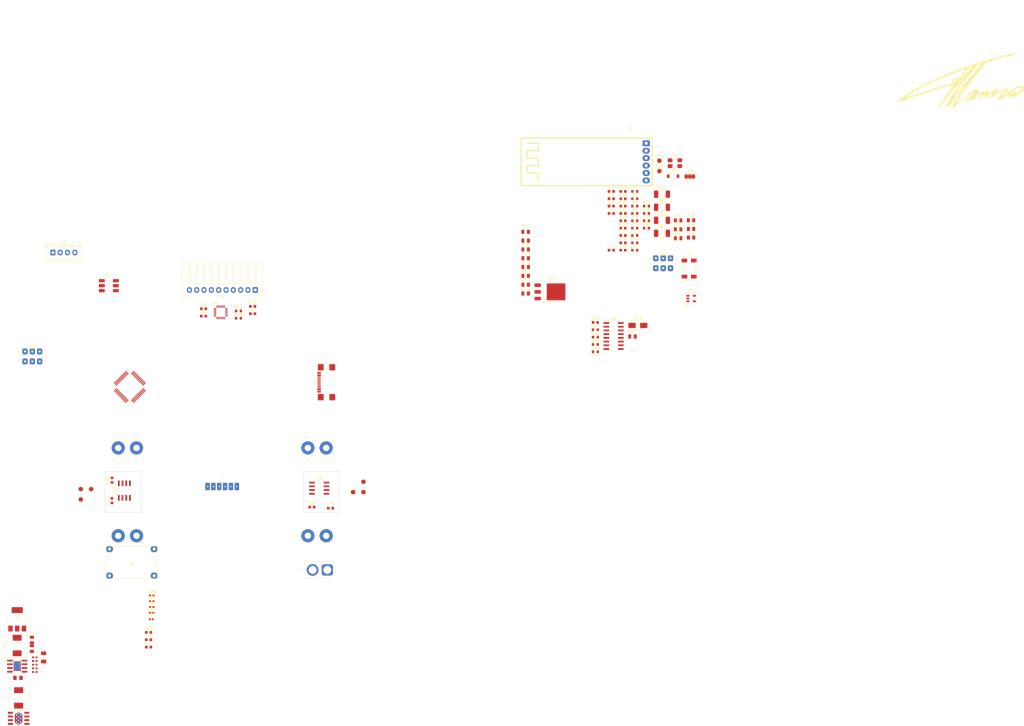
<source format=kicad_pcb>
(kicad_pcb (version 20241229) (generator "pcbnew") (generator_version "9.0")
  (layers (0 "F.Cu" signal) (2 "B.Cu" signal) (13 "F.Paste" user) (15 "B.Paste" user) (5 "F.SilkS" user "F.Silkscreen") (7 "B.SilkS" user "B.Silkscreen") (1 "F.Mask" user) (3 "B.Mask" user) (25 "Edge.Cuts" user))
  (net 0 "")
  (net 1 "+3.3V")
  (net 2 "GND")
  (net 3 "+5V")
  (net 4 "Net-(U4-REGOUT)")
  (net 5 "Net-(U4-CPOUT)")
  (net 6 "/NRST")
  (net 7 "/OSC_IN")
  (net 8 "/OSC_OUT")
  (net 9 "/RCC_IN")
  (net 10 "/RCC_OUT")
  (net 11 "/CN3903/Vin")
  (net 12 "Net-(U7-SW)")
  (net 13 "Net-(U7-BST)")
  (net 14 "Net-(U7-FB)")
  (net 15 "+3.3V_ENC")
  (net 16 "Net-(D1-K)")
  (net 17 "Net-(D2-K)")
  (net 18 "Net-(D7-GK)")
  (net 19 "Net-(D7-RK)")
  (net 20 "Net-(D7-BK)")
  (net 21 "/VM")
  (net 22 "/Vb")
  (net 23 "Net-(D9-K)")
  (net 24 "/CH340C/VbusC")
  (net 25 "/ESC_M1")
  (net 26 "/ESC_M3")
  (net 27 "/ESC_M2")
  (net 28 "/Curr")
  (net 29 "/ESC_M4")
  (net 30 "/SWCLK")
  (net 31 "/SWDIO")
  (net 32 "/Data_2aux")
  (net 33 "/Data_SIG")
  (net 34 "/Data_S0")
  (net 35 "/Data_S3")
  (net 36 "/Data_S2")
  (net 37 "/Data_1aux")
  (net 38 "/Data_EN")
  (net 39 "/Data_S1")
  (net 41 "/CH340C/D+")
  (net 42 "/CH340C/CC1")
  (net 43 "/CH340C/CC2")
  (net 44 "/CH340C/D-")
  (net 46 "Net-(J5-Pin_4)")
  (net 47 "/LED_1")
  (net 48 "/LED_2")
  (net 49 "/PUSH_1")
  (net 50 "/PUSH_2")
  (net 51 "/RGB_B")
  (net 52 "/RGB_G")
  (net 53 "/RGB_R")
  (net 54 "/PUSH_3")
  (net 55 "Net-(U1-+)")
  (net 56 "/MPU_SCL")
  (net 57 "/MPU_SDA")
  (net 58 "Net-(U5-PB2)")
  (net 59 "Net-(SW5-B)")
  (net 60 "Net-(U5-BOOT0)")
  (net 61 "Net-(U7-EN)")
  (net 64 "/Encoders_PCB/PGO_2")
  (net 65 "/Encoders_PCB/SDA_ENC2")
  (net 66 "/Encoders_PCB/SCL_ENC2")
  (net 67 "/Encoders_PCB/PGO_1")
  (net 68 "/Encoders_PCB/SDA_ENC1")
  (net 69 "/Encoders_PCB/SCL_ENC1")
  (net 71 "/V_LiPo")
  (net 87 "/INT_MPU")
  (net 88 "/BL_TX")
  (net 89 "/IR")
  (net 90 "/BL_RX")
  (net 91 "/CH340C_TX")
  (net 92 "/CH340C_RX")
  (net 105 "/Encoders_PCB/ENC_1")
  (net 106 "/Encoders_PCB/ENC_2")
  (net 107 "Net-(DC-DC1-FB)")
  (net 108 "Net-(DC-DC1-BST)")
  (net 109 "/BATT")
  (net 110 "Net-(DC-DC1-SW)")
  (net 112 "Net-(DC-DC1-EN)")
  (net 114 "+3V3")
  (footprint "Resistor_SMD:R_0402_1005Metric_Pad0.72x0.64mm_HandSolder" (layer "F.Cu") (at 79.7475 240)
    (property "Reference" "R28" (at 0 -1.17 0) (layer "F.SilkS"))
    (property "Value" "60k")
    (pad "1" smd roundrect (at -0.5975 0) (size 0.715 0.64) (layers "F.Cu" "F.Mask" "F.Paste") (net 3 "+5V"))
    (pad "2" smd roundrect (at 0.5975 0) (size 0.715 0.64) (layers "F.Cu" "F.Mask" "F.Paste") (net 14 "Net-(U7-FB)"))
  )
  (footprint "Capacitor_SMD:C_0603_1608Metric" (layer "F.Cu") (at 114.2 141.24)
    (property "Reference" "C10" (at 0 -1.43 0) (layer "F.SilkS"))
    (property "Value" "100nF" (hide yes))
    (pad "1" smd roundrect (at -0.775 0) (size 0.9 0.95) (layers "F.Cu" "F.Mask" "F.Paste") (net 4 "Net-(U4-REGOUT)"))
    (pad "2" smd roundrect (at 0.775 0) (size 0.9 0.95) (layers "F.Cu" "F.Mask" "F.Paste") (net 2 "GND"))
  )
  (footprint "Capacitor_SMD:C_0402_1005Metric_Pad0.74x0.62mm_HandSolder" (layer "F.Cu") (at 79.7275 245.94)
    (property "Reference" "C31" (at 0 -1.16 0) (layer "F.SilkS"))
    (property "Value" "100nF")
    (pad "1" smd roundrect (at -0.5675 0) (size 0.735 0.62) (layers "F.Cu" "F.Mask" "F.Paste") (net 3 "+5V"))
    (pad "2" smd roundrect (at 0.5675 0) (size 0.735 0.62) (layers "F.Cu" "F.Mask" "F.Paste") (net 14 "Net-(U7-FB)"))
  )
  (footprint "TestPoint:TestPoint_Pad_D1.5mm" (layer "F.Cu") (at 152.025 204.7)
    (property "Reference" "TP8" (hide yes))
    (property "Value" "SCL" (hide yes))
    (pad "1" smd circle (at 0 0) (size 1.5 1.5) (layers "F.Cu" "F.Mask") (net 69 "/Encoders_PCB/SCL_ENC1"))
  )
  (footprint "Capacitor_SMD:C_0603_1608Metric" (layer "F.Cu") (at 66.15 207.6 90)
    (property "Reference" "C34" (at 0 -1.43 90) (layer "F.SilkS"))
    (property "Value" "100nF" (hide yes))
    (pad "1" smd roundrect (at -0.775 0 90) (size 0.9 0.95) (layers "F.Cu" "F.Mask" "F.Paste") (net 15 "+3.3V_ENC"))
    (pad "2" smd roundrect (at 0.775 0 90) (size 0.9 0.95) (layers "F.Cu" "F.Mask" "F.Paste") (net 2 "GND"))
  )
  (footprint "MountingHole:MountingHole_2.2mm_M2" (layer "F.Cu") (at 121.8 184.95)
    (property "Reference" "H8" (hide yes))
    (property "Value" "M2" (hide yes))
    (pad "" np_thru_hole circle (at 0 0) (size 2.2 2.2) (drill 2.2) (layers "*.Cu" "*.Mask"))
  )
  (footprint "Resistor_SMD:R_0603_1608Metric" (layer "F.Cu") (at 244.6448 111.9988)
    (property "Reference" "R9" (at 0 -1.43 0) (layer "F.SilkS"))
    (property "Value" "1k")
    (pad "1" smd roundrect (at -0.825 0) (size 0.8 0.95) (layers "F.Cu" "F.Mask" "F.Paste") (net 20 "Net-(D7-BK)"))
    (pad "2" smd roundrect (at 0.825 0) (size 0.8 0.95) (layers "F.Cu" "F.Mask" "F.Paste") (net 51 "/RGB_B"))
  )
  (footprint "Capacitor_SMD:C_0603_1608Metric" (layer "F.Cu") (at 240.6348 119.5288)
    (property "Reference" "C25" (at 0 -1.43 0) (layer "F.SilkS"))
    (property "Value" "20pF")
    (pad "1" smd roundrect (at -0.775 0) (size 0.9 0.95) (layers "F.Cu" "F.Mask" "F.Paste") (net 10 "/RCC_OUT"))
    (pad "2" smd roundrect (at 0.775 0) (size 0.9 0.95) (layers "F.Cu" "F.Mask" "F.Paste") (net 2 "GND"))
  )
  (footprint "Resistor_SMD:R_0402_1005Metric_Pad0.72x0.64mm_HandSolder" (layer "F.Cu") (at 39.822575 262.39891)
    (property "Reference" "R29" (hide yes))
    (property "Value" "100k")
    (pad "1" smd roundrect (at -0.5975 0) (size 0.715 0.64) (layers "F.Cu" "F.Mask" "F.Paste") (net 112 "Net-(DC-DC1-EN)"))
    (pad "2" smd roundrect (at 0.5975 0) (size 0.715 0.64) (layers "F.Cu" "F.Mask" "F.Paste") (net 109 "/BATT"))
  )
  (footprint "Capacitor_SMD:C_0603_1608Metric" (layer "F.Cu") (at 240.6348 101.9588)
    (property "Reference" "C16" (at 0 -1.43 0) (layer "F.SilkS"))
    (property "Value" "20pF")
    (pad "1" smd roundrect (at -0.775 0) (size 0.9 0.95) (layers "F.Cu" "F.Mask" "F.Paste") (net 7 "/OSC_IN"))
    (pad "2" smd roundrect (at 0.775 0) (size 0.9 0.95) (layers "F.Cu" "F.Mask" "F.Paste") (net 2 "GND"))
  )
  (footprint "Resistor_SMD:R_0402_1005Metric_Pad0.72x0.64mm_HandSolder" (layer "F.Cu") (at 39.822575 264.89891)
    (property "Reference" "R30" (hide yes))
    (property "Value" "60k")
    (pad "1" smd roundrect (at -0.5975 0) (size 0.715 0.64) (layers "F.Cu" "F.Mask" "F.Paste") (net 3 "+5V"))
    (pad "2" smd roundrect (at 0.5975 0) (size 0.715 0.64) (layers "F.Cu" "F.Mask" "F.Paste") (net 107 "Net-(DC-DC1-FB)"))
  )
  (footprint "Capacitor_SMD:C_0805_2012Metric" (layer "F.Cu") (at 207.3948 118.7788)
    (property "Reference" "C2" (at 0 -1.68 0) (layer "F.SilkS"))
    (property "Value" "10uF")
    (pad "1" smd roundrect (at -0.95 0) (size 1 1.45) (layers "F.Cu" "F.Mask" "F.Paste") (net 3 "+5V"))
    (pad "2" smd roundrect (at 0.95 0) (size 1 1.45) (layers "F.Cu" "F.Mask" "F.Paste") (net 2 "GND"))
  )
  (footprint "MixLib:LED_0805_2012Metric" (layer "F.Cu") (at 259.3048 111.8938)
    (property "Reference" "D1" (at -0.07 -1.82 0) (layer "F.SilkS"))
    (property "Value" "LED_1")
    (pad "1" smd roundrect (at -0.7875 -0.02) (size 0.975 1.4) (layers "F.Cu" "F.Mask" "F.Paste") (net 16 "Net-(D1-K)"))
    (pad "2" smd roundrect (at 1.0875 -0.02) (size 0.975 1.4) (layers "F.Cu" "F.Mask" "F.Paste") (net 1 "+3.3V"))
  )
  (footprint "Capacitor_SMD:C_0603_1608Metric" (layer "F.Cu") (at 97.45 144.575)
    (property "Reference" "C9" (at 0 -1.43 0) (layer "F.SilkS"))
    (property "Value" "100nF" (hide yes))
    (pad "1" smd roundrect (at -0.775 0) (size 0.9 0.95) (layers "F.Cu" "F.Mask" "F.Paste") (net 1 "+3.3V"))
    (pad "2" smd roundrect (at 0.775 0) (size 0.9 0.95) (layers "F.Cu" "F.Mask" "F.Paste") (net 2 "GND"))
  )
  (footprint "Resistor_SMD:R_0603_1608Metric" (layer "F.Cu") (at 248.6548 111.9988)
    (property "Reference" "R21" (at 0 -1.43 0) (layer "F.SilkS"))
    (property "Value" "10k")
    (pad "1" smd roundrect (at -0.825 0) (size 0.8 0.95) (layers "F.Cu" "F.Mask" "F.Paste") (net 59 "Net-(SW5-B)"))
    (pad "2" smd roundrect (at 0.825 0) (size 0.8 0.95) (layers "F.Cu" "F.Mask" "F.Paste") (net 60 "Net-(U5-BOOT0)"))
  )
  (footprint "TestPoint:TestPoint_Pad_D1.5mm" (layer "F.Cu") (at 253.0548 95.0288)
    (property "Reference" "TP5" (at 0 -1.648 0) (layer "F.SilkS"))
    (property "Value" "3V3")
    (pad "1" smd circle (at 0 0) (size 1.5 1.5) (layers "F.Cu" "F.Mask") (net 1 "+3.3V"))
  )
  (footprint "Capacitor_SMD:C_0603_1608Metric" (layer "F.Cu") (at 97.45 142.065)
    (property "Reference" "C8" (at 0 -1.43 0) (layer "F.SilkS"))
    (property "Value" "1uF" (hide yes))
    (pad "1" smd roundrect (at -0.775 0) (size 0.9 0.95) (layers "F.Cu" "F.Mask" "F.Paste") (net 1 "+3.3V"))
    (pad "2" smd roundrect (at 0.775 0) (size 0.9 0.95) (layers "F.Cu" "F.Mask" "F.Paste") (net 2 "GND"))
  )
  (footprint "Resistor_SMD:R_0603_1608Metric" (layer "F.Cu") (at 248.6548 109.4888)
    (property "Reference" "R20" (at 0 -1.43 0) (layer "F.SilkS"))
    (property "Value" "10k")
    (pad "1" smd roundrect (at -0.825 0) (size 0.8 0.95) (layers "F.Cu" "F.Mask" "F.Paste") (net 2 "GND"))
    (pad "2" smd roundrect (at 0.825 0) (size 0.8 0.95) (layers "F.Cu" "F.Mask" "F.Paste") (net 58 "Net-(U5-PB2)"))
  )
  (footprint "LED_SMD:LED_RGB_5050-6" (layer "F.Cu") (at 65.1 134.175)
    (property "Reference" "D7" (at 0 -3.5 180) (layer "F.SilkS"))
    (property "Value" "LED_RGB" (hide yes))
    (pad "1" smd rect (at -2.4 -1.7 90) (size 1.1 2) (layers "F.Cu" "F.Mask" "F.Paste") (net 19 "Net-(D7-RK)"))
    (pad "2" smd rect (at -2.4 0 90) (size 1.1 2) (layers "F.Cu" "F.Mask" "F.Paste") (net 18 "Net-(D7-GK)"))
    (pad "3" smd rect (at -2.4 1.7 90) (size 1.1 2) (layers "F.Cu" "F.Mask" "F.Paste") (net 20 "Net-(D7-BK)"))
    (pad "4" smd rect (at 2.4 1.7 90) (size 1.1 2) (layers "F.Cu" "F.Mask" "F.Paste") (net 1 "+3.3V"))
    (pad "5" smd rect (at 2.4 0 90) (size 1.1 2) (layers "F.Cu" "F.Mask" "F.Paste") (net 1 "+3.3V"))
    (pad "6" smd rect (at 2.4 -1.7 90) (size 1.1 2) (layers "F.Cu" "F.Mask" "F.Paste") (net 1 "+3.3V"))
  )
  (footprint "TestPoint:TestPoint_Pad_D1.5mm" (layer "F.Cu") (at 253.0548 91.4788)
    (property "Reference" "TP4" (at 0 -1.648 0) (layer "F.SilkS"))
    (property "Value" "GND")
    (pad "1" smd circle (at 0 0) (size 1.5 1.5) (layers "F.Cu" "F.Mask") (net 2 "GND"))
  )
  (footprint "MixLib:ESC_4in1_55A" (layer "F.Cu") (at 103.8 209.425 180)
    (property "Reference" "REF**" (hide yes))
    (property "Value" "ESC_4in1_55A" (hide yes))
  )
  (footprint "Capacitor_SMD:C_0805_2012Metric" (layer "F.Cu") (at 207.3948 136.8388)
    (property "Reference" "C18" (at 0 -1.68 0) (layer "F.SilkS"))
    (property "Value" "1uF")
    (pad "1" smd roundrect (at -0.95 0) (size 1 1.45) (layers "F.Cu" "F.Mask" "F.Paste") (net 1 "+3.3V"))
    (pad "2" smd roundrect (at 0.95 0) (size 1 1.45) (layers "F.Cu" "F.Mask" "F.Paste") (net 2 "GND"))
  )
  (footprint "MixLib:SW_DPDT_SLIDE_THT" (layer "F.Cu") (at 38.975 158.35)
    (property "Reference" "SW5" (at 0 -3.05 0) (layer "F.SilkS"))
    (property "Value" "BOOT_SW")
    (pad "1" thru_hole roundrect (at -2.5 -1.7) (size 1.8 2) (drill 0.7) (layers "*.Cu" "*.Mask") (net 2 "GND"))
    (pad "2" thru_hole roundrect (at 0 -1.7) (size 1.8 2) (drill 0.7) (layers "*.Cu" "*.Mask") (net 59 "Net-(SW5-B)"))
    (pad "3" thru_hole roundrect (at 2.5 -1.7) (size 1.8 2) (drill 0.7) (layers "*.Cu" "*.Mask") (net 1 "+3.3V"))
    (pad "4" thru_hole roundrect (at -2.5 1.7) (size 1.8 2) (drill 0.7) (layers "*.Cu" "*.Mask"))
    (pad "5" thru_hole roundrect (at 0 1.7) (size 1.8 2) (drill 0.7) (layers "*.Cu" "*.Mask"))
    (pad "6" thru_hole roundrect (at 2.5 1.7) (size 1.8 2) (drill 0.7) (layers "*.Cu" "*.Mask"))
  )
  (footprint "PCM_Package_TO_SOT_SMD_AKL:SOT-23-5" (layer "F.Cu") (at 263.8798 138.5538)
    (property "Reference" "U1" (at 0 -2.9 0) (layer "F.SilkS"))
    (property "Value" "TL071HIDBV" (hide yes))
    (pad "1" smd roundrect (at -1.1 -0.95) (size 1.06 0.65) (layers "F.Cu" "F.Mask" "F.Paste") (net 71 "/V_LiPo"))
    (pad "2" smd roundrect (at -1.1 0) (size 1.06 0.65) (layers "F.Cu" "F.Mask" "F.Paste"))
    (pad "3" smd roundrect (at -1.1 0.95) (size 1.06 0.65) (layers "F.Cu" "F.Mask" "F.Paste") (net 55 "Net-(U1-+)"))
    (pad "4" smd roundrect (at 1.1 0.95) (size 1.06 0.65) (layers "F.Cu" "F.Mask" "F.Paste") (net 71 "/V_LiPo"))
    (pad "5" smd roundrect (at 1.1 -0.95) (size 1.06 0.65) (layers "F.Cu" "F.Mask" "F.Paste"))
  )
  (footprint "Inductor_SMD:L_Wuerth_HCM-7050" (layer "F.Cu") (at 34.306 275.0004 90)
    (property "Reference" "L1" (at 0 0.02 180) (layer "F.SilkS"))
    (property "Value" "L")
    (pad "1" smd rect (at -2.65 0 90) (size 2 3.1) (layers "F.Cu" "F.Mask" "F.Paste") (net 110 "Net-(DC-DC1-SW)"))
    (pad "2" smd rect (at 2.65 0 90) (size 2 3.1) (layers "F.Cu" "F.Mask" "F.Paste") (net 3 "+5V"))
  )
  (footprint "Resistor_SMD:R_0402_1005Metric_Pad0.72x0.64mm_HandSolder" (layer "F.Cu") (at 79.7475 241.99)
    (property "Reference" "R29" (at 0 -1.17 0) (layer "F.SilkS"))
    (property "Value" "45K")
    (pad "1" smd roundrect (at -0.5975 0) (size 0.715 0.64) (layers "F.Cu" "F.Mask" "F.Paste") (net 2 "GND"))
    (pad "2" smd roundrect (at 0.5975 0) (size 0.715 0.64) (layers "F.Cu" "F.Mask" "F.Paste") (net 14 "Net-(U7-FB)"))
  )
  (footprint "Capacitor_SMD:C_0603_1608Metric" (layer "F.Cu") (at 78.6675 257.63)
    (property "Reference" "C37" (at 0 -1.43 0) (layer "F.SilkS"))
    (property "Value" "10uF")
    (pad "1" smd roundrect (at -0.775 0) (size 0.9 0.95) (layers "F.Cu" "F.Mask" "F.Paste") (net 11 "/CN3903/Vin"))
    (pad "2" smd roundrect (at 0.775 0) (size 0.9 0.95) (layers "F.Cu" "F.Mask" "F.Paste") (net 2 "GND"))
  )
  (footprint "Resistor_SMD:R_0805_2012Metric" (layer "F.Cu") (at 263.8648 117.7288)
    (property "Reference" "R15" (at 0 -1.65 0) (layer "F.SilkS"))
    (property "Value" ">20k")
    (pad "1" smd roundrect (at -0.9125 0) (size 1.025 1.4) (layers "F.Cu" "F.Mask" "F.Paste") (roundrect_rratio 0.243902) (net 1 "+3.3V"))
    (pad "2" smd roundrect (at 0.9125 0) (size 1.025 1.4) (layers "F.Cu" "F.Mask" "F.Paste") (roundrect_rratio 0.243902) (net 2 "GND"))
  )
  (footprint "Capacitor_SMD:C_0603_1608Metric" (layer "F.Cu") (at 140.775 210.175)
    (property "Reference" "C35" (at 0 -1.43 0) (layer "F.SilkS"))
    (property "Value" "100nF" (hide yes))
    (pad "1" smd roundrect (at -0.775 0) (size 0.9 0.95) (layers "F.Cu" "F.Mask" "F.Paste") (net 15 "+3.3V_ENC"))
    (pad "2" smd roundrect (at 0.775 0) (size 0.9 0.95) (layers "F.Cu" "F.Mask" "F.Paste") (net 2 "GND"))
  )
  (footprint "Capacitor_SMD:C_0805_2012Metric" (layer "F.Cu") (at 207.3948 127.8088)
    (property "Reference" "C13" (at 0 -1.68 0) (layer "F.SilkS"))
    (property "Value" "1uF")
    (pad "1" smd roundrect (at -0.95 0) (size 1 1.45) (layers "F.Cu" "F.Mask" "F.Paste") (net 1 "+3.3V"))
    (pad "2" smd roundrect (at 0.95 0) (size 1 1.45) (layers "F.Cu" "F.Mask" "F.Paste") (net 2 "GND"))
  )
  (footprint "Resistor_SMD:R_0603_1608Metric" (layer "F.Cu") (at 244.6448 101.9588)
    (property "Reference" "R1" (at 0 -1.43 0) (layer "F.SilkS"))
    (property "Value" "1k")
    (pad "1" smd roundrect (at -0.825 0) (size 0.8 0.95) (layers "F.Cu" "F.Mask" "F.Paste") (net 16 "Net-(D1-K)"))
    (pad "2" smd roundrect (at 0.825 0) (size 0.8 0.95) (layers "F.Cu" "F.Mask" "F.Paste") (net 47 "/LED_1"))
  )
  (footprint "Capacitor_SMD:C_0603_1608Metric" (layer "F.Cu") (at 236.6248 101.9588)
    (property "Reference" "C3" (at 0 -1.43 0) (layer "F.SilkS"))
    (property "Value" "100nF")
    (pad "1" smd roundrect (at -0.775 0) (size 0.9 0.95) (layers "F.Cu" "F.Mask" "F.Paste") (net 3 "+5V"))
    (pad "2" smd roundrect (at 0.775 0) (size 0.9 0.95) (layers "F.Cu" "F.Mask" "F.Paste") (net 2 "GND"))
  )
  (footprint "Capacitor_SMD:C_0402_1005Metric_Pad0.74x0.62mm_HandSolder" (layer "F.Cu") (at 39.822575 263.64891)
    (property "Reference" "CR9" (hide yes))
    (property "Value" "0.1uF")
    (pad "1" smd roundrect (at -0.5675 0) (size 0.735 0.62) (layers "F.Cu" "F.Mask" "F.Paste") (net 3 "+5V"))
    (pad "2" smd roundrect (at 0.5675 0) (size 0.735 0.62) (layers "F.Cu" "F.Mask" "F.Paste") (net 107 "Net-(DC-DC1-FB)"))
  )
  (footprint "Capacitor_SMD:C_0805_2012Metric" (layer "F.Cu") (at 38.822575 255.19891 90)
    (property "Reference" "CR7" (hide yes))
    (property "Value" "0.1uF")
    (pad "1" smd roundrect (at -0.95 0 90) (size 1 1.45) (layers "F.Cu" "F.Mask" "F.Paste") (net 2 "GND"))
    (pad "2" smd roundrect (at 0.95 0 90) (size 1 1.45) (layers "F.Cu" "F.Mask" "F.Paste") (net 3 "+5V"))
  )
  (footprint "Package_SO:SOIC-8_3.9x4.9mm_P1.27mm" (layer "F.Cu") (at 136.925 203.35)
    (property "Reference" "U9" (at 0 -3.4 0) (layer "F.SilkS"))
    (property "Value" "AS5600" (hide yes))
    (pad "1" smd roundrect (at -2.475 -1.905) (size 1.95 0.6) (layers "F.Cu" "F.Mask" "F.Paste") (net 15 "+3.3V_ENC"))
    (pad "2" smd roundrect (at -2.475 -0.635) (size 1.95 0.6) (layers "F.Cu" "F.Mask" "F.Paste") (net 15 "+3.3V_ENC"))
    (pad "3" smd roundrect (at -2.475 0.635) (size 1.95 0.6) (layers "F.Cu" "F.Mask" "F.Paste") (net 105 "/Encoders_PCB/ENC_1"))
    (pad "4" smd roundrect (at -2.475 1.905) (size 1.95 0.6) (layers "F.Cu" "F.Mask" "F.Paste") (net 2 "GND"))
    (pad "5" smd roundrect (at 2.475 1.905) (size 1.95 0.6) (layers "F.Cu" "F.Mask" "F.Paste") (net 67 "/Encoders_PCB/PGO_1"))
    (pad "6" smd roundrect (at 2.475 0.635) (size 1.95 0.6) (layers "F.Cu" "F.Mask" "F.Paste") (net 68 "/Encoders_PCB/SDA_ENC1"))
    (pad "7" smd roundrect (at 2.475 -0.635) (size 1.95 0.6) (layers "F.Cu" "F.Mask" "F.Paste") (net 69 "/Encoders_PCB/SCL_ENC1"))
    (pad "8" smd roundrect (at 2.475 -1.905) (size 1.95 0.6) (layers "F.Cu" "F.Mask" "F.Paste") (net 2 "GND"))
  )
  (footprint "Resistor_SMD:R_0603_1608Metric" (layer "F.Cu") (at 244.6448 114.5088)
    (property "Reference" "R10" (at 0 -1.43 0) (layer "F.SilkS"))
    (property "Value" "1k")
    (pad "1" smd roundrect (at -0.825 0) (size 0.8 0.95) (layers "F.Cu" "F.Mask" "F.Paste") (net 18 "Net-(D7-GK)"))
    (pad "2" smd roundrect (at 0.825 0) (size 0.8 0.95) (layers "F.Cu" "F.Mask" "F.Paste") (net 52 "/RGB_G"))
  )
  (footprint "MixLib:SW_Push_Sw-3424p_Handsolder" (layer "F.Cu") (at 253.9348 111.8288)
    (property "Reference" "SW3" (at 0 -2.25 0) (layer "F.SilkS"))
    (property "Value" "PUSH_3")
    (pad "1" smd roundrect (at -2 0) (size 1.5 2.5) (layers "F.Cu" "F.Mask" "F.Paste") (net 1 "+3.3V"))
    (pad "2" smd roundrect (at 2 0) (size 1.5 2.5) (layers "F.Cu" "F.Mask" "F.Paste") (net 54 "/PUSH_3"))
  )
  (footprint "Connector_JST:JST_XH_S10B-XH-A_1x10_P2.50mm_Horizontal" (layer "F.Cu") (at 115.1 135.635 180)
    (property "Reference" "J4" (at 11.35 -2.43 0) (layer "F.SilkS"))
    (property "Value" "Sensors" (hide yes))
    (pad "1" thru_hole roundrect (at 0 0 180) (size 1.7 1.95) (drill 0.95) (layers "*.Cu" "*.Mask") (roundrect_rratio 0.147059) (net 32 "/Data_2aux"))
    (pad "2" thru_hole oval (at 2.5 0 180) (size 1.7 1.95) (drill 0.95) (layers "*.Cu" "*.Mask") (net 37 "/Data_1aux"))
    (pad "3" thru_hole oval (at 5 0 180) (size 1.7 1.95) (drill 0.95) (layers "*.Cu" "*.Mask") (net 33 "/Data_SIG"))
    (pad "4" thru_hole oval (at 7.5 0 180) (size 1.7 1.95) (drill 0.95) (layers "*.Cu" "*.Mask") (net 35 "/Data_S3"))
    (pad "5" thru_hole oval (at 10 0 180) (size 1.7 1.95) (drill 0.95) (layers "*.Cu" "*.Mask") (net 36 "/Data_S2"))
    (pad "6" thru_hole oval (at 12.5 0 180) (size 1.7 1.95) (drill 0.95) (layers "*.Cu" "*.Mask") (net 39 "/Data_S1"))
    (pad "7" thru_hole oval (at 15 0 180) (size 1.7 1.95) (drill 0.95) (layers "*.Cu" "*.Mask") (net 34 "/Data_S0"))
    (pad "8" thru_hole oval (at 17.5 0 180) (size 1.7 1.95) (drill 0.95) (layers "*.Cu" "*.Mask") (net 38 "/Data_EN"))
    (pad "9" thru_hole oval (at 20 0 180) (size 1.7 1.95) (drill 0.95) (layers "*.Cu" "*.Mask") (net 1 "+3.3V"))
    (pad "10" thru_hole oval (at 22.5 0 180) (size 1.7 1.95) (drill 0.95) (layers "*.Cu" "*.Mask") (net 2 "GND"))
  )
  (footprint "MixLib:SW_DPDT_SLIDE_THT" (layer "F.Cu") (at 254.3448 126.4938)
    (property "Reference" "SW4" (at 0 -3.05 0) (layer "F.SilkS"))
    (property "Value" "Power_SW")
    (pad "1" thru_hole roundrect (at -2.5 -1.7) (size 1.8 2) (drill 0.7) (layers "*.Cu" "*.Mask") (net 22 "/Vb"))
    (pad "2" thru_hole roundrect (at 0 -1.7) (size 1.8 2) (drill 0.7) (layers "*.Cu" "*.Mask") (net 11 "/CN3903/Vin"))
    (pad "3" thru_hole roundrect (at 2.5 -1.7) (size 1.8 2) (drill 0.7) (layers "*.Cu" "*.Mask"))
    (pad "4" thru_hole roundrect (at -2.5 1.7) (size 1.8 2) (drill 0.7) (layers "*.Cu" "*.Mask") (net 22 "/Vb"))
    (pad "5" thru_hole roundrect (at 0 1.7) (size 1.8 2) (drill 0.7) (layers "*.Cu" "*.Mask") (net 11 "/CN3903/Vin"))
    (pad "6" thru_hole roundrect (at 2.5 1.7) (size 1.8 2) (drill 0.7) (layers "*.Cu" "*.Mask"))
  )
  (footprint "MountingHole:MountingHole_2.2mm_M2" (layer "F.Cu") (at 121.8 148.95)
    (property "Reference" "H6" (hide yes))
    (property "Value" "M2" (hide yes))
    (pad "" np_thru_hole circle (at 0 0) (size 2.2 2.2) (drill 2.2) (layers "*.Cu" "*.Mask"))
  )
  (footprint "TestPoint:TestPoint_Pad_D1.5mm" (layer "F.Cu") (at 152.025 201.15)
    (property "Reference" "TP7" (hide yes))
    (property "Value" "SDA" (hide yes))
    (pad "1" smd circle (at 0 0) (size 1.5 1.5) (layers "F.Cu" "F.Mask") (net 68 "/Encoders_PCB/SDA_ENC1"))
  )
  (footprint "Resistor_SMD:R_0805_2012Metric" (layer "F.Cu") (at 263.8648 114.7788)
    (property "Reference" "R14" (at 0 -1.65 0) (layer "F.SilkS"))
    (property "Value" "100k")
    (pad "1" smd roundrect (at -0.9125 0) (size 1.025 1.4) (layers "F.Cu" "F.Mask" "F.Paste") (roundrect_rratio 0.243902) (net 55 "Net-(U1-+)"))
    (pad "2" smd roundrect (at 0.9125 0) (size 1.025 1.4) (layers "F.Cu" "F.Mask" "F.Paste") (roundrect_rratio 0.243902) (net 2 "GND"))
  )
  (footprint "Capacitor_SMD:C_0603_1608Metric" (layer "F.Cu") (at 240.6348 114.5088)
    (property "Reference" "C23" (at 0 -1.43 0) (layer "F.SilkS"))
    (property "Value" "100nF")
    (pad "1" smd roundrect (at -0.775 0) (size 0.9 0.95) (layers "F.Cu" "F.Mask" "F.Paste") (net 1 "+3.3V"))
    (pad "2" smd roundrect (at 0.775 0) (size 0.9 0.95) (layers "F.Cu" "F.Mask" "F.Paste") (net 2 "GND"))
  )
  (footprint "Capacitor_SMD:C_0603_1608Metric" (layer "F.Cu") (at 240.6348 122.0388)
    (property "Reference" "C26" (at 0 -1.43 0) (layer "F.SilkS"))
    (property "Value" "100nF")
    (pad "1" smd roundrect (at -0.775 0) (size 0.9 0.95) (layers "F.Cu" "F.Mask" "F.Paste") (net 1 "+3.3V"))
    (pad "2" smd roundrect (at 0.775 0) (size 0.9 0.95) (layers "F.Cu" "F.Mask" "F.Paste") (net 2 "GND"))
  )
  (footprint "Capacitor_SMD:C_0603_1608Metric" (layer "F.Cu") (at 240.6348 104.4688)
    (property "Reference" "C19" (at 0 -1.43 0) (layer "F.SilkS"))
    (property "Value" "20pF")
    (pad "1" smd roundrect (at -0.775 0) (size 0.9 0.95) (layers "F.Cu" "F.Mask" "F.Paste") (net 8 "/OSC_OUT"))
    (pad "2" smd roundrect (at 0.775 0) (size 0.9 0.95) (layers "F.Cu" "F.Mask" "F.Paste") (net 2 "GND"))
  )
  (footprint "MixLib:pad_smd_x5" (layer "F.Cu") (at 103.8 204.3)
    (property "Reference" "J1" (at 0 -4 0) (layer "F.SilkS") (effects (font (thickness 0.1))))
    (property "Value" "ESC" (hide yes))
    (pad "1" thru_hole roundrect (at -5 -1.5 90) (size 2.5 1.5) (drill 0.4) (layers "*.Cu" "*.Mask") (roundrect_rratio 0.15) (net 2 "GND"))
    (pad "2" thru_hole roundrect (at -3 -1.5 90) (size 2.5 1.5) (drill 0.4) (layers "*.Cu" "*.Mask") (roundrect_rratio 0.15) (net 25 "/ESC_M1"))
    (pad "3" thru_hole roundrect (at -1 -1.5 90) (size 2.5 1.5) (drill 0.4) (layers "*.Cu" "*.Mask") (roundrect_rratio 0.15) (net 27 "/ESC_M2"))
    (pad "4" thru_hole roundrect (at 1 -1.5 90) (size 2.5 1.5) (drill 0.4) (layers "*.Cu" "*.Mask") (roundrect_rratio 0.15) (net 26 "/ESC_M3"))
    (pad "5" thru_hole roundrect (at 3 -1.5 90) (size 2.5 1.5) (drill 0.4) (layers "*.Cu" "*.Mask") (roundrect_rratio 0.15) (net 29 "/ESC_M4"))
    (pad "6" thru_hole roundrect (at 5 -1.5 90) (size 2.5 1.5) (drill 0.4) (layers "*.Cu" "*.Mask") (roundrect_rratio 0.15) (net 28 "/Curr"))
  )
  (footprint "MountingHole:MountingHole_2.2mm_M2" (layer "F.Cu") (at 120.58 135.515)
    (property "Reference" "H12" (hide yes))
    (property "Value" "M2" (hide yes))
    (pad "" np_thru_hole circle (at 0 0) (size 2.2 2.2) (drill 2.2) (layers "*.Cu" "*.Mask"))
  )
  (footprint "Inductor_SMD:L_Wuerth_HCM-7050" (layer "F.Cu") (at 33.8 257.1 90)
    (property "Reference" "L1" (at 0 -4.45 90) (layer "F.SilkS"))
    (property "Value" "4.7uH")
    (pad "1" smd roundrect (at -2.65 0 90) (size 2 3.05) (layers "F.Cu" "F.Mask" "F.Paste") (roundrect_rratio 0.125) (net 12 "Net-(U7-SW)"))
    (pad "2" smd roundrect (at 2.65 0 90) (size 2 3.05) (layers "F.Cu" "F.Mask" "F.Paste") (roundrect_rratio 0.125) (net 3 "+5V"))
  )
  (footprint "Sensor_Motion:InvenSense_QFN-24_4x4mm_P0.5mm" (layer "F.Cu") (at 103.3 143.265)
    (property "Reference" "U4" (at -2.05 -3.375 0) (layer "F.SilkS"))
    (property "Value" "MPU-6050" (hide yes))
    (pad "1" smd roundrect (at -1.95 -1.25) (size 0.85 0.3) (layers "F.Cu" "F.Mask" "F.Paste") (net 2 "GND"))
    (pad "2" smd roundrect (at -1.95 -0.75) (size 0.85 0.3) (layers "F.Cu" "F.Mask" "F.Paste"))
    (pad "3" smd roundrect (at -1.95 -0.25) (size 0.85 0.3) (layers "F.Cu" "F.Mask" "F.Paste"))
    (pad "4" smd roundrect (at -1.95 0.25) (size 0.85 0.3) (layers "F.Cu" "F.Mask" "F.Paste"))
    (pad "5" smd roundrect (at -1.95 0.75) (size 0.85 0.3) (layers "F.Cu" "F.Mask" "F.Paste"))
    (pad "6" smd roundrect (at -1.95 1.25) (size 0.85 0.3) (layers "F.Cu" "F.Mask" "F.Paste"))
    (pad "7" smd roundrect (at -1.25 1.95 90) (size 0.85 0.3) (layers "F.Cu" "F.Mask" "F.Paste"))
    (pad "8" smd roundrect (at -0.75 1.95 90) (size 0.85 0.3) (layers "F.Cu" "F.Mask" "F.Paste") (net 1 "+3.3V"))
    (pad "9" smd roundrect (at -0.25 1.95 90) (size 0.85 0.3) (layers "F.Cu" "F.Mask" "F.Paste") (net 2 "GND"))
    (pad "10" smd roundrect (at 0.25 1.95 90) (size 0.85 0.3) (layers "F.Cu" "F.Mask" "F.Paste") (net 4 "Net-(U4-REGOUT)"))
    (pad "11" smd roundrect (at 0.75 1.95 90) (size 0.85 0.3) (layers "F.Cu" "F.Mask" "F.Paste"))
    (pad "12" smd roundrect (at 1.25 1.95 90) (size 0.85 0.3) (layers "F.Cu" "F.Mask" "F.Paste") (net 87 "/INT_MPU"))
    (pad "13" smd roundrect (at 1.95 1.25) (size 0.85 0.3) (layers "F.Cu" "F.Mask" "F.Paste") (net 1 "+3.3V"))
    (pad "14" smd roundrect (at 1.95 0.75) (size 0.85 0.3) (layers "F.Cu" "F.Mask" "F.Paste"))
    (pad "15" smd roundrect (at 1.95 0.25) (size 0.85 0.3) (layers "F.Cu" "F.Mask" "F.Paste"))
    (pad "16" smd roundrect (at 1.95 -0.25) (size 0.85 0.3) (layers "F.Cu" "F.Mask" "F.Paste"))
    (pad "17" smd roundrect (at 1.95 -0.75) (size 0.85 0.3) (layers "F.Cu" "F.Mask" "F.Paste"))
    (pad "18" smd roundrect (at 1.95 -1.25) (size 0.85 0.3) (layers "F.Cu" "F.Mask" "F.Paste") (net 2 "GND"))
    (pad "19" smd roundrect (at 1.25 -1.95 90) (size 0.85 0.3) (layers "F.Cu" "F.Mask" "F.Paste"))
    (pad "20" smd roundrect (at 0.75 -1.95 90) (size 0.85 0.3) (layers "F.Cu" "F.Mask" "F.Paste") (net 5 "Net-(U4-CPOUT)"))
    (pad "21" smd roundrect (at 0.25 -1.95 90) (size 0.85 0.3) (layers "F.Cu" "F.Mask" "F.Paste"))
    (pad "22" smd roundrect (at -0.25 -1.95 90) (size 0.85 0.3) (layers "F.Cu" "F.Mask" "F.Paste"))
    (pad "23" smd roundrect (at -0.75 -1.95 90) (size 0.85 0.3) (layers "F.Cu" "F.Mask" "F.Paste") (net 56 "/MPU_SCL"))
    (pad "24" smd roundrect (at -1.25 -1.95 90) (size 0.85 0.3) (layers "F.Cu" "F.Mask" "F.Paste") (net 57 "/MPU_SDA"))
  )
  (footprint "Capacitor_SMD:C_0603_1608Metric" (layer "F.Cu") (at 231.1948 146.7188)
    (property "Reference" "C28" (at 0 -1.43 0) (layer "F.SilkS"))
    (property "Value" "100nF")
    (pad "1" smd roundrect (at -0.775 0) (size 0.9 0.95) (layers "F.Cu" "F.Mask" "F.Paste") (net 1 "+3.3V"))
    (pad "2" smd roundrect (at 0.775 0) (size 0.9 0.95) (layers "F.Cu" "F.Mask" "F.Paste") (net 2 "GND"))
  )
  (footprint "MountingHole:MountingHole_2.2mm_M2" (layer "F.Cu") (at 87.05 135.615)
    (property "Reference" "H11" (hide yes))
    (property "Value" "M2" (hide yes))
    (pad "" np_thru_hole circle (at 0 0) (size 2.2 2.2) (drill 2.2) (layers "*.Cu" "*.Mask"))
  )
  (footprint "Resistor_SMD:R_0603_1608Metric" (layer "F.Cu") (at 109.35 145.3)
    (property "Reference" "R18" (at 0 -1.43 0) (layer "F.SilkS"))
    (property "Value" "4.7k" (hide yes))
    (pad "1" smd roundrect (at -0.825 0) (size 0.8 0.95) (layers "F.Cu" "F.Mask" "F.Paste") (net 57 "/MPU_SDA"))
    (pad "2" smd roundrect (at 0.825 0) (size 0.8 0.95) (layers "F.Cu" "F.Mask" "F.Paste") (net 1 "+3.3V"))
  )
  (footprint "Capacitor_SMD:C_0603_1608Metric" (layer "F.Cu") (at 236.6248 109.4888)
    (property "Reference" "C7" (at 0 -1.43 0) (layer "F.SilkS"))
    (property "Value" "1uF")
    (pad "1" smd roundrect (at -0.775 0) (size 0.9 0.95) (layers "F.Cu" "F.Mask" "F.Paste") (net 1 "+3.3V"))
    (pad "2" smd roundrect (at 0.775 0) (size 0.9 0.95) (layers "F.Cu" "F.Mask" "F.Paste") (net 2 "GND"))
  )
  (footprint "Resistor_SMD:R_0603_1608Metric" (layer "F.Cu") (at 248.6548 114.5088)
    (property "Reference" "R22" (at 0 -1.43 0) (layer "F.SilkS"))
    (property "Value" "1M")
    (pad "1" smd roundrect (at -0.825 0) (size 0.8 0.95) (layers "F.Cu" "F.Mask" "F.Paste") (net 8 "/OSC_OUT"))
    (pad "2" smd roundrect (at 0.825 0) (size 0.8 0.95) (layers "F.Cu" "F.Mask" "F.Paste") (net 7 "/OSC_IN"))
  )
  (footprint "Capacitor_SMD:C_0603_1608Metric" (layer "F.Cu") (at 240.6348 106.9788)
    (property "Reference" "C20" (at 0 -1.43 0) (layer "F.SilkS"))
    (property "Value" "100nF")
    (pad "1" smd roundrect (at -0.775 0) (size 0.9 0.95) (layers "F.Cu" "F.Mask" "F.Paste") (net 1 "+3.3V"))
    (pad "2" smd roundrect (at 0.775 0) (size 0.9 0.95) (layers "F.Cu" "F.Mask" "F.Paste") (net 2 "GND"))
  )
  (footprint "Package_TO_SOT_SMD:TO-252-3_TabPin2" (layer "F.Cu") (at 216.5348 136.2838)
    (property "Reference" "U2" (at 0 -4.5 0) (layer "F.SilkS"))
    (property "Value" "AMS1117CD-3.3")
    (pad "1" smd roundrect (at -5.04 -2.28) (size 2.2 1.2) (layers "F.Cu" "F.Mask" "F.Paste") (roundrect_rratio 0.208333) (net 2 "GND"))
    (pad "2" smd roundrect (at -5.04 0) (size 2.2 1.2) (layers "F.Cu" "F.Mask" "F.Paste") (roundrect_rratio 0.208333) (net 1 "+3.3V"))
    (pad "2" smd roundrect (at 1.26 0) (size 6.4 5.8) (layers "F.Cu" "F.Mask") (roundrect_rratio 0.043103) (net 1 "+3.3V"))
    (pad "3" smd roundrect (at -5.04 2.28) (size 2.2 1.2) (layers "F.Cu" "F.Mask" "F.Paste") (roundrect_rratio 0.208333) (net 3 "+5V"))
  )
  (footprint "Capacitor_SMD:C_0805_2012Metric" (layer "F.Cu") (at 207.3948 115.7688)
    (property "Reference" "C1" (at 0 -1.68 0) (layer "F.SilkS"))
    (property "Value" "1uF")
    (pad "1" smd roundrect (at -0.95 0) (size 1 1.45) (layers "F.Cu" "F.Mask" "F.Paste") (net 2 "GND"))
    (pad "2" smd roundrect (at 0.95 0) (size 1 1.45) (layers "F.Cu" "F.Mask" "F.Paste") (net 1 "+3.3V"))
  )
  (footprint "Capacitor_SMD:C_0805_2012Metric" (layer "F.Cu") (at 207.3948 130.8188)
    (property "Reference" "C15" (at 0 -1.68 0) (layer "F.SilkS"))
    (property "Value" "1uF")
    (pad "1" smd roundrect (at -0.95 0) (size 1 1.45) (layers "F.Cu" "F.Mask" "F.Paste") (net 1 "+3.3V"))
    (pad "2" smd roundrect (at 0.95 0) (size 1 1.45) (layers "F.Cu" "F.Mask" "F.Paste") (net 2 "GND"))
  )
  (footprint "Diode_SMD:D_SOD-123" (layer "F.Cu") (at 257.7498 96.7688)
    (property "Reference" "D8" (at 0 -2 0) (layer "F.SilkS"))
    (property "Value" "SS14")
    (pad "1" smd roundrect (at -1.65 0) (size 0.9 1.2) (layers "F.Cu" "F.Mask" "F.Paste") (net 22 "/Vb"))
    (pad "2" smd roundrect (at 1.65 0) (size 0.9 1.2) (layers "F.Cu" "F.Mask" "F.Paste") (net 21 "/VM"))
  )
  (footprint "Connector_JST:JST_XH_B4B-XH-A_1x04_P2.50mm_Vertical" (layer "F.Cu") (at 46 122.85)
    (property "Reference" "J3" (at 3.75 -3.55 0) (layer "F.SilkS"))
    (property "Value" "SWD" (hide yes))
    (pad "1" thru_hole roundrect (at 0 0) (size 1.7 1.95) (drill 0.95) (layers "*.Cu" "*.Mask") (roundrect_rratio 0.147059) (net 2 "GND"))
    (pad "2" thru_hole oval (at 2.5 0) (size 1.7 1.95) (drill 0.95) (layers "*.Cu" "*.Mask") (net 30 "/SWCLK"))
    (pad "3" thru_hole oval (at 5 0) (size 1.7 1.95) (drill 0.95) (layers "*.Cu" "*.Mask") (net 31 "/SWDIO"))
    (pad "4" thru_hole oval (at 7.5 0) (size 1.7 1.95) (drill 0.95) (layers "*.Cu" "*.Mask") (net 1 "+3.3V"))
  )
  (footprint "Crystal:Crystal_SMD_Abracon_ABS25-4Pin_8.0x3.8mm" (layer "F.Cu") (at 263.1948 128.3188)
    (property "Reference" "Y2" (at 0 -5.08 0) (layer "F.SilkS"))
    (property "Value" "32.768KHz")
    (pad "1" smd rect (at -1.6 -2.75 270) (size 1.3 1.9) (layers "F.Cu" "F.Mask" "F.Paste") (net 9 "/RCC_IN"))
    (pad "2" smd rect (at -1.6 2.75 270) (size 1.3 1.9) (layers "F.Cu" "F.Mask" "F.Paste") (net 2 "GND"))
    (pad "3" smd rect (at 1.6 2.75 270) (size 1.3 1.9) (layers "F.Cu" "F.Mask" "F.Paste") (net 2 "GND"))
    (pad "4" smd rect (at 1.6 -2.75 270) (size 1.3 1.9) (layers "F.Cu" "F.Mask" "F.Paste") (net 10 "/RCC_OUT"))
  )
  (footprint "Resistor_SMD:R_0402_1005Metric_Pad0.72x0.64mm_HandSolder" (layer "F.Cu") (at 39.822575 266.14891 180)
    (property "Reference" "R28" (hide yes))
    (property "Value" "45K")
    (pad "1" smd roundrect (at -0.5975 0 180) (size 0.715 0.64) (layers "F.Cu" "F.Mask" "F.Paste") (net 2 "GND"))
    (pad "2" smd roundrect (at 0.5975 0 180) (size 0.715 0.64) (layers "F.Cu" "F.Mask" "F.Paste") (net 107 "Net-(DC-DC1-FB)"))
  )
  (footprint "Resistor_SMD:R_0603_1608Metric" (layer "F.Cu") (at 244.6448 119.5288)
    (property "Reference" "R12" (at 0 -1.43 0) (layer "F.SilkS"))
    (property "Value" "10k")
    (pad "1" smd roundrect (at -0.825 0) (size 0.8 0.95) (layers "F.Cu" "F.Mask" "F.Paste") (net 2 "GND"))
    (pad "2" smd roundrect (at 0.825 0) (size 0.8 0.95) (layers "F.Cu" "F.Mask" "F.Paste") (net 54 "/PUSH_3"))
  )
  (footprint "Resistor_SMD:R_0603_1608Metric" (layer "F.Cu") (at 244.6448 109.4888)
    (property "Reference" "R8" (at 0 -1.43 0) (layer "F.SilkS"))
    (property "Value" "10k")
    (pad "1" smd roundrect (at -0.825 0) (size 0.8 0.95) (layers "F.Cu" "F.Mask" "F.Paste") (net 2 "GND"))
    (pad "2" smd roundrect (at 0.825 0) (size 0.8 0.95) (layers "F.Cu" "F.Mask" "F.Paste") (net 50 "/PUSH_2"))
  )
  (footprint "MixLib:LED_0805_2012Metric" (layer "F.Cu") (at 259.3048 117.9738)
    (property "Reference" "D9" (at -0.07 -1.82 0) (layer "F.SilkS"))
    (property "Value" "LED_ON")
    (pad "1" smd roundrect (at -0.7875 -0.02) (size 0.975 1.4) (layers "F.Cu" "F.Mask" "F.Paste") (net 23 "Net-(D9-K)"))
    (pad "2" smd roundrect (at 1.0875 -0.02) (size 0.975 1.4) (layers "F.Cu" "F.Mask" "F.Paste") (net 1 "+3.3V"))
  )
  (footprint "Resistor_SMD:R_0603_1608Metric" (layer "F.Cu") (at 109.35 142.79)
    (property "Reference" "R17" (at 0 -1.43 0) (layer "F.SilkS"))
    (property "Value" "4.7k" (hide yes))
    (pad "1" smd roundrect (at -0.825 0) (size 0.8 0.95) (layers "F.Cu" "F.Mask" "F.Paste") (net 56 "/MPU_SCL"))
    (pad "2" smd roundrect (at 0.825 0) (size 0.8 0.95) (layers "F.Cu" "F.Mask" "F.Paste") (net 1 "+3.3V"))
  )
  (footprint "Capacitor_SMD:C_0603_1608Metric" (layer "F.Cu") (at 240.6348 109.4888)
    (property "Reference" "C21" (at 0 -1.43 0) (layer "F.SilkS"))
    (property "Value" "100nF")
    (pad "1" smd roundrect (at -0.775 0) (size 0.9 0.95) (layers "F.Cu" "F.Mask" "F.Paste") (net 1 "+3.3V"))
    (pad "2" smd roundrect (at 0.775 0) (size 0.9 0.95) (layers "F.Cu" "F.Mask" "F.Paste") (net 2 "GND"))
  )
  (footprint "Package_SO:SOIC-16_3.9x9.9mm_P1.27mm" (layer "F.Cu") (at 237.4248 151.3588)
    (property "Reference" "U6" (at 0 -5.9 0) (layer "F.SilkS"))
    (property "Value" "CH340C")
    (pad "1" smd roundrect (at -2.475 -4.445) (size 1.95 0.6) (layers "F.Cu" "F.Mask" "F.Paste") (net 2 "GND"))
    (pad "2" smd roundrect (at -2.475 -3.175) (size 1.95 0.6) (layers "F.Cu" "F.Mask" "F.Paste") (net 91 "/CH340C_TX"))
    (pad "3" smd roundrect (at -2.475 -1.905) (size 1.95 0.6) (layers "F.Cu" "F.Mask" "F.Paste") (net 92 "/CH340C_RX"))
    (pad "4" smd roundrect (at -2.475 -0.635) (size 1.95 0.6) (layers "F.Cu" "F.Mask" "F.Paste") (net 1 "+3.3V"))
    (pad "5" smd roundrect (at -2.475 0.635) (size 1.95 0.6) (layers "F.Cu" "F.Mask" "F.Paste") (net 41 "/CH340C/D+"))
    (pad "6" smd roundrect (at -2.475 1.905) (size 1.95 0.6) (layers "F.Cu" "F.Mask" "F.Paste") (net 44 "/CH340C/D-"))
    (pad "7" smd roundrect (at -2.475 3.175) (size 1.95 0.6) (layers "F.Cu" "F.Mask" "F.Paste"))
    (pad "8" smd roundrect (at -2.475 4.445) (size 1.95 0.6) (layers "F.Cu" "F.Mask" "F.Paste"))
    (pad "9" smd roundrect (at 2.475 4.445) (size 1.95 0.6) (layers "F.Cu" "F.Mask" "F.Paste"))
    (pad "10" smd roundrect (at 2.475 3.175) (size 1.95 0.6) (layers "F.Cu" "F.Mask" "F.Paste"))
    (pad "11" smd roundrect (at 2.475 1.905) (size 1.95 0.6) (layers "F.Cu" "F.Mask" "F.Paste"))
    (pad "12" smd roundrect (at 2.475 0.635) (size 1.95 0.6) (layers "F.Cu" "F.Mask" "F.Paste"))
    (pad "13" smd roundrect (at 2.475 -0.635) (size 1.95 0.6) (layers "F.Cu" "F.Mask" "F.Paste"))
    (pad "14" smd roundrect (at 2.475 -1.905) (size 1.95 0.6) (layers "F.Cu" "F.Mask" "F.Paste"))
    (pad "15" smd roundrect (at 2.475 -3.175) (size 1.95 0.6) (layers "F.Cu" "F.Mask" "F.Paste"))
    (pad "16" smd roundrect (at 2.475 -4.445) (size 1.95 0.6) (layers "F.Cu" "F.Mask" "F.Paste") (net 1 "+3.3V"))
  )
  (footprint "Capacitor_SMD:C_0402_1005Metric_Pad0.74x0.62mm_HandSolder" (layer "F.Cu") (at 79.7275 243.97)
    (property "Reference" "C30" (at 0 -1.16 0) (layer "F.SilkS"))
    (property "Value" "100nF")
    (pad "1" smd roundrect (at -0.5675 0) (size 0.735 0.62) (layers "F.Cu" "F.Mask" "F.Paste") (net 13 "Net-(U7-BST)"))
    (pad "2" smd roundrect (at 0.5675 0) (size 0.735 0.62) (layers "F.Cu" "F.Mask" "F.Paste") (net 12 "Net-(U7-SW)"))
  )
  (footprint "Package_SO:SOIC-8-1EP_3.9x4.9mm_P1.27mm_EP2.41x3.3mm_ThermalVias" (layer "F.Cu") (at 33.822575 264.14891)
    (property "Reference" "U7" (at -4.752575 -2.24891 0) (layer "F.SilkS"))
    (property "Value" "CN3903")
    (pad "1" smd roundrect (at -2.475 -1.905) (size 1.95 0.6) (layers "F.Cu" "F.Mask" "F.Paste") (net 13 "Net-(U7-BST)"))
    (pad "2" smd roundrect (at -2.475 -0.635) (size 1.95 0.6) (layers "F.Cu" "F.Mask" "F.Paste") (net 11 "/CN3903/Vin"))
    (pad "3" smd roundrect (at -2.475 0.635) (size 1.95 0.6) (layers "F.Cu" "F.Mask" "F.Paste") (net 12 "Net-(U7-SW)"))
    (pad "4" smd roundrect (at -2.475 1.905) (size 1.95 0.6) (layers "F.Cu" "F.Mask" "F.Paste") (net 2 "GND"))
    (pad "5" smd roundrect (at 2.475 1.905) (size 1.95 0.6) (layers "F.Cu" "F.Mask" "F.Paste") (net 14 "Net-(U7-FB)"))
    (pad "6" smd roundrect (at 2.475 0.635) (size 1.95 0.6) (layers "F.Cu" "F.Mask" "F.Paste"))
    (pad "7" smd roundrect (at 2.475 -0.635) (size 1.95 0.6) (layers "F.Cu" "F.Mask" "F.Paste") (net 61 "Net-(U7-EN)"))
    (pad "8" smd roundrect (at 2.475 -1.905) (size 1.95 0.6) (layers "F.Cu" "F.Mask" "F.Paste"))
    (pad "9" thru_hole circle (at -0.7 -1.2) (size 0.5 0.5) (drill 0.2) (property pad_prop_heatsink) (layers "*.Cu") (net 2 "GND"))
    (pad "9" thru_hole circle (at -0.7 0) (size 0.5 0.5) (drill 0.2) (property pad_prop_heatsink) (layers "*.Cu") (net 2 "GND"))
    (pad "9" thru_hole circle (at -0.7 1.2) (size 0.5 0.5) (drill 0.2) (property pad_prop_heatsink) (layers "*.Cu") (net 2 "GND"))
    (pad "9" smd rect (at 0 0) (size 1.9 2.9) (property pad_prop_heatsink) (layers "B.Cu") (net 2 "GND"))
    (pad "9" smd rect (at 0 0) (size 2.41 3.3) (property pad_prop_heatsink) (layers "F.Cu" "F.Mask") (net 2 "GND"))
    (pad "9" thru_hole circle (at 0.7 -1.2) (size 0.5 0.5) (drill 0.2) (property pad_prop_heatsink) (layers "*.Cu") (net 2 "GND"))
    (pad "9" thru_hole circle (at 0.7 0) (size 0.5 0.5) (drill 0.2) (property pad_prop_heatsink) (layers "*.Cu") (net 2 "GND"))
    (pad "9" thru_hole circle (at 0.7 1.2) (size 0.5 0.5) (drill 0.2) (property pad_prop_heatsink) (layers "*.Cu") (net 2 "GND"))
  )
  (footprint "MountingHole:MountingHole_2.2mm_M2" (layer "F.Cu") (at 85.8 148.95)
    (property "Reference" "H5" (hide yes))
    (property "Value" "M2" (hide yes))
    (pad "" np_thru_hole circle (at 0 0) (size 2.2 2.2) (drill 2.2) (layers "*.Cu" "*.Mask"))
  )
  (footprint "Package_SO:SOIC-8_3.9x4.9mm_P1.27mm" (layer "F.Cu") (at 70.4 204.15 90)
    (property "Reference" "U10" (at 0 -3.4 90) (layer "F.SilkS"))
    (property "Value" "AS5600" (hide yes))
    (pad "1" smd roundrect (at -2.475 -1.905 90) (size 1.95 0.6) (layers "F.Cu" "F.Mask" "F.Paste") (net 15 "+3.3V_ENC"))
    (pad "2" smd roundrect (at -2.475 -0.635 90) (size 1.95 0.6) (layers "F.Cu" "F.Mask" "F.Paste") (net 15 "+3.3V_ENC"))
    (pad "3" smd roundrect (at -2.475 0.635 90) (size 1.95 0.6) (layers "F.Cu" "F.Mask" "F.Paste") (net 106 "/Encoders_PCB/ENC_2"))
    (pad "4" smd roundrect (at -2.475 1.905 90) (size 1.95 0.6) (layers "F.Cu" "F.Mask" "F.Paste") (net 2 "GND"))
    (pad "5" smd roundrect (at 2.475 1.905 90) (size 1.95 0.6) (layers "F.Cu" "F.Mask" "F.Paste") (net 64 "/Encoders_PCB/PGO_2"))
    (pad "6" smd roundrect (at 2.475 0.635 90) (size 1.95 0.6) (layers "F.Cu" "F.Mask" "F.Paste") (net 65 "/Encoders_PCB/SDA_ENC2"))
    (pad "7" smd roundrect (at 2.475 -0.635 90) (size 1.95 0.6) (layers "F.Cu" "F.Mask" "F.Paste") (net 66 "/Encoders_PCB/SCL_ENC2"))
    (pad "8" smd roundrect (at 2.475 -1.905 90) (size 1.95 0.6) (layers "F.Cu" "F.Mask" "F.Paste") (net 2 "GND"))
  )
  (footprint "Crystal:Crystal_SMD_5032-4Pin_5.0x3.2mm" (layer "F.Cu") (at 258.3548 92.3288)
    (property "Reference" "Y1" (at 0 -2.8 0) (layer "F.SilkS"))
    (property "Value" "8MHz")
    (pad "1" smd roundrect (at -1.65 1) (size 1.6 1.3) (layers "F.Cu" "F.Mask" "F.Paste") (roundrect_rratio 0.192308) (net 7 "/OSC_IN"))
    (pad "2" smd roundrect (at 1.65 1) (size 1.6 1.3) (layers "F.Cu" "F.Mask" "F.Paste") (roundrect_rratio 0.192308) (net 2 "GND"))
    (pad "3" smd roundrect (at 1.65 -1) (size 1.6 1.3) (layers "F.Cu" "F.Mask" "F.Paste") (roundrect_rratio 0.192308) (net 8 "/OSC_OUT"))
    (pad "4" smd roundrect (at -1.65 -1) (size 1.6 1.3) (layers "F.Cu" "F.Mask" "F.Paste") (roundrect_rratio 0.192308) (net 2 "GND"))
  )
  (footprint "TestPoint:TestPoint_Pad_D1.5mm" (layer "F.Cu") (at 148.475 204.7)
    (property "Reference" "TP6" (hide yes))
    (property "Value" "PGO_1" (hide yes))
    (pad "1" smd circle (at 0 0) (size 1.5 1.5) (layers "F.Cu" "F.Mask") (net 67 "/Encoders_PCB/PGO_1"))
  )
  (footprint "MixLib:HC05" (layer "F.Cu") (at 228.225 91.875)
    (property "Reference" "J5" (at 14.605 -11.303 0) (layer "F.SilkS"))
    (property "Value" "HC05")
    (pad "EN" thru_hole roundrect (at 20.32 -6.35) (size 2.5 2) (drill 1) (layers "*.Cu" "*.Mask") (roundrect_rratio 0.125))
    (pad "GND" thru_hole oval (at 20.32 -1.27) (size 2.5 2) (drill 1) (layers "*.Cu" "*.Mask"))
    (pad "RXD" thru_hole oval (at 20.32 3.81) (size 2.5 2) (drill 1) (layers "*.Cu" "*.Mask"))
    (pad "STATE" thru_hole oval (at 20.32 6.35) (size 2.5 2) (drill 1) (layers "*.Cu" "*.Mask"))
    (pad "TXD" thru_hole oval (at 20.32 1.27) (size 2.5 2) (drill 1) (layers "*.Cu" "*.Mask"))
    (pad "VCC" thru_hole oval (at 20.32 -3.81) (size 2.5 2) (drill 1) (layers "*.Cu" "*.Mask"))
  )
  (footprint "MixLib:SW_Push_Sw-3424p_Handsolder" (layer "F.Cu") (at 253.9348 107.3788)
    (property "Reference" "SW2" (at 0 -2.25 0) (layer "F.SilkS"))
    (property "Value" "PUSH_2")
    (pad "1" smd roundrect (at -2 0) (size 1.5 2.5) (layers "F.Cu" "F.Mask" "F.Paste") (net 1 "+3.3V"))
    (pad "2" smd roundrect (at 2 0) (size 1.5 2.5) (layers "F.Cu" "F.Mask" "F.Paste") (net 50 "/PUSH_2"))
  )
  (footprint "Capacitor_SMD:C_0603_1608Metric" (layer "F.Cu") (at 114.2 143.75)
    (property "Reference" "C11" (at 0 -1.43 0) (layer "F.SilkS"))
    (property "Value" "2.2nF" (hide yes))
    (pad "1" smd roundrect (at -0.775 0) (size 0.9 0.95) (layers "F.Cu" "F.Mask" "F.Paste") (net 5 "Net-(U4-CPOUT)"))
    (pad "2" smd roundrect (at 0.775 0) (size 0.9 0.95) (layers "F.Cu" "F.Mask" "F.Paste") (net 2 "GND"))
  )
  (footprint "Capacitor_SMD:C_0603_1608Metric" (layer "F.Cu") (at 240.6348 117.0188)
    (property "Reference" "C24" (at 0 -1.43 0) (layer "F.SilkS"))
    (property "Value" "100nF")
    (pad "1" smd roundrect (at -0.775 0) (size 0.9 0.95) (layers "F.Cu" "F.Mask" "F.Paste") (net 1 "+3.3V"))
    (pad "2" smd roundrect (at 0.775 0) (size 0.9 0.95) (layers "F.Cu" "F.Mask" "F.Paste") (net 2 "GND"))
  )
  (footprint "Capacitor_SMD:C_0805_2012Metric" (layer "F.Cu") (at 207.3948 124.7988)
    (property "Reference" "C12" (at 0 -1.68 0) (layer "F.SilkS"))
    (property "Value" "1uF")
    (pad "1" smd roundrect (at -0.95 0) (size 1 1.45) (layers "F.Cu" "F.Mask" "F.Paste") (net 1 "+3.3V"))
    (pad "2" smd roundrect (at 0.95 0) (size 1 1.45) (layers "F.Cu" "F.Mask" "F.Paste") (net 2 "GND"))
  )
  (footprint "Capacitor_SMD:C_0805_2012Metric" (layer "F.Cu") (at 207.3948 121.7888)
    (property "Reference" "C5" (at 0 -1.68 0) (layer "F.SilkS"))
    (property "Value" "10uF")
    (pad "1" smd roundrect (at -0.95 0) (size 1 1.45) (layers "F.Cu" "F.Mask" "F.Paste") (net 1 "+3.3V"))
    (pad "2" smd roundrect (at 0.95 0) (size 1 1.45) (layers "F.Cu" "F.Mask" "F.Paste") (net 2 "GND"))
  )
  (footprint "Resistor_SMD:R_0603_1608Metric" (layer "F.Cu") (at 231.1948 149.2288)
    (property "Reference" "R23" (at 0 -1.43 0) (layer "F.SilkS"))
    (property "Value" "10k")
    (pad "1" smd roundrect (at -0.825 0) (size 0.8 0.95) (layers "F.Cu" "F.Mask" "F.Paste") (net 2 "GND"))
    (pad "2" smd roundrect (at 0.825 0) (size 0.8 0.95) (layers "F.Cu" "F.Mask" "F.Paste") (net 42 "/CH340C/CC1"))
  )
  (footprint "MixLib:Mini360_step-down" (layer "F.Cu") (at 72.95 228.7)
    (property "Reference" "U8" (at 0 0.5 0) (layer "F.SilkS"))
    (property "Value" "CN3903" (hide yes))
    (pad "1" thru_hole oval (at -7.62 4.57) (size 2.4 2.2) (drill 1) (layers "*.Cu" "*.Mask") (net 11 "/CN3903/Vin"))
    (pad "2" thru_hole oval (at -7.62 -4.57) (size 2.4 2.2) (drill 1) (layers "*.Cu" "*.Mask") (net 2 "GND"))
    (pad "2" thru_hole oval (at 7.62 -4.57) (size 2.4 2.2) (drill 1) (layers "*.Cu" "*.Mask") (net 2 "GND"))
    (pad "3" thru_hole oval (at 7.62 4.57) (size 2.4 2.2) (drill 1) (layers "*.Cu" "*.Mask") (net 3 "+5V"))
  )
  (footprint "Capacitor_SMD:C_0805_2012Metric" (layer "F.Cu") (at 207.3948 133.8288)
    (property "Reference" "C17" (at 0 -1.68 0) (layer "F.SilkS"))
    (property "Value" "1uF")
    (pad "1" smd roundrect (at -0.95 0) (size 1 1.45) (layers "F.Cu" "F.Mask" "F.Paste") (net 1 "+3.3V"))
    (pad "2" smd roundrect (at 0.95 0) (size 1 1.45) (layers "F.Cu" "F.Mask" "F.Paste") (net 2 "GND"))
  )
  (footprint "MixLib:LED_0805_2012Metric" (layer "F.Cu") (at 259.3048 114.9338)
    (property "Reference" "D2" (at -0.07 -1.82 0) (layer "F.SilkS"))
    (property "Value" "LED_2")
    (pad "1" smd roundrect (at -0.7875 -0.02) (size 0.975 1.4) (layers "F.Cu" "F.Mask" "F.Paste") (net 17 "Net-(D2-K)"))
    (pad "2" smd roundrect (at 1.0875 -0.02) (size 0.975 1.4) (layers "F.Cu" "F.Mask" "F.Paste") (net 1 "+3.3V"))
  )
  (footprint "Resistor_SMD:R_0603_1608Metric" (layer "F.Cu") (at 244.6448 106.9788)
    (property "Reference" "R7" (at 0 -1.43 0) (layer "F.SilkS"))
    (property "Value" "10k")
    (pad "1" smd roundrect (at -0.825 0) (size 0.8 0.95) (layers "F.Cu" "F.Mask" "F.Paste") (net 2 "GND"))
    (pad "2" smd roundrect (at 0.825 0) (size 0.8 0.95) (layers "F.Cu" "F.Mask" "F.Paste") (net 49 "/PUSH_1"))
  )
  (footprint "Package_TO_SOT_SMD:SOT-223-3_TabPin2" (layer "F.Cu") (at 33.822575 248.14891 90)
    (property "Reference" "U2" (at 0.06 0.05 180) (layer "F.SilkS"))
    (property "Value" "LM1117MP-3.3")
    (pad "1" smd rect (at -3.15 -2.3 90) (size 2 1.5) (layers "F.Cu" "F.Mask" "F.Paste") (net 2 "GND"))
    (pad "2" smd rect (at -3.15 0 90) (size 2 1.5) (layers "F.Cu" "F.Mask" "F.Paste") (net 114 "+3V3"))
    (pad "2" smd rect (at 3.15 0 90) (size 2 3.8) (layers "F.Cu" "F.Mask" "F.Paste") (net 114 "+3V3"))
    (pad "3" smd rect (at -3.15 2.3 90) (size 2 1.5) (layers "F.Cu" "F.Mask" "F.Paste") (net 3 "+5V"))
  )
  (footprint "Diode_SMD:D_SMA" (layer "F.Cu") (at 245.7198 147.7388)
    (property "Reference" "D10" (at 0 -2.5 0) (layer "F.SilkS"))
    (property "Value" "SS14")
    (pad "1" smd roundrect (at -2 0) (size 2.5 1.8) (layers "F.Cu" "F.Mask" "F.Paste") (roundrect_rratio 0.1388888889) (net 22 "/Vb"))
    (pad "2" smd roundrect (at 2 0) (size 2.5 1.8) (layers "F.Cu" "F.Mask" "F.Paste") (roundrect_rratio 0.1388888889) (net 24 "/CH340C/VbusC"))
  )
  (footprint "TestPoint:TestPoint_Pad_D1.5mm" (layer "F.Cu") (at 55.525 203.65)
    (property "Reference" "TP1" (hide yes))
    (property "Value" "PGO_1" (hide yes))
    (pad "1" smd circle (at 0 0) (size 1.5 1.5) (layers "F.Cu" "F.Mask") (net 64 "/Encoders_PCB/PGO_2"))
  )
  (footprint "Package_QFP:LQFP-48_7x7mm_P0.5mm" (layer "F.Cu") (at 72.269232 168.744105)
    (property "Reference" "U5" (hide yes))
    (property "Value" "STM32F103C8Tx" (hide yes))
    (pad "1" smd roundrect (at -0.998788 -4.887875 315) (size 1.475 0.3) (layers "F.Cu" "F.Mask" "F.Paste") (net 1 "+3.3V"))
    (pad "2" smd roundrect (at -1.352341 -4.534322 315) (size 1.475 0.3) (layers "F.Cu" "F.Mask" "F.Paste"))
    (pad "3" smd roundrect (at -1.705895 -4.180768 315) (size 1.475 0.3) (layers "F.Cu" "F.Mask" "F.Paste") (net 9 "/RCC_IN"))
    (pad "4" smd roundrect (at -2.059448 -3.827215 315) (size 1.475 0.3) (layers "F.Cu" "F.Mask" "F.Paste") (net 10 "/RCC_OUT"))
    (pad "5" smd roundrect (at -2.413001 -3.473662 315) (size 1.475 0.3) (layers "F.Cu" "F.Mask" "F.Paste") (net 7 "/OSC_IN"))
    (pad "6" smd roundrect (at -2.766555 -3.120108 315) (size 1.475 0.3) (layers "F.Cu" "F.Mask" "F.Paste") (net 8 "/OSC_OUT"))
    (pad "7" smd roundrect (at -3.120108 -2.766555 315) (size 1.475 0.3) (layers "F.Cu" "F.Mask" "F.Paste") (net 6 "/NRST"))
    (pad "8" smd roundrect (at -3.473662 -2.413001 315) (size 1.475 0.3) (layers "F.Cu" "F.Mask" "F.Paste") (net 2 "GND"))
    (pad "9" smd roundrect (at -3.827215 -2.059448 315) (size 1.475 0.3) (layers "F.Cu" "F.Mask" "F.Paste") (net 1 "+3.3V"))
    (pad "10" smd roundrect (at -4.180768 -1.705895 315) (size 1.475 0.3) (layers "F.Cu" "F.Mask" "F.Paste") (net 38 "/Data_EN"))
    (pad "11" smd roundrect (at -4.534322 -1.352341 315) (size 1.475 0.3) (layers "F.Cu" "F.Mask" "F.Paste") (net 34 "/Data_S0"))
    (pad "12" smd roundrect (at -4.887875 -0.998788 315) (size 1.475 0.3) (layers "F.Cu" "F.Mask" "F.Paste") (net 39 "/Data_S1"))
    (pad "13" smd roundrect (at -4.887875 0.998788 315) (size 0.3 1.475) (layers "F.Cu" "F.Mask" "F.Paste") (net 36 "/Data_S2"))
    (pad "14" smd roundrect (at -4.534322 1.352341 315) (size 0.3 1.475) (layers "F.Cu" "F.Mask" "F.Paste") (net 35 "/Data_S3"))
    (pad "15" smd roundrect (at -4.180768 1.705895 315) (size 0.3 1.475) (layers "F.Cu" "F.Mask" "F.Paste") (net 33 "/Data_SIG"))
    (pad "16" smd roundrect (at -3.827215 2.059448 315) (size 0.3 1.475) (layers "F.Cu" "F.Mask" "F.Paste") (net 37 "/Data_1aux"))
    (pad "17" smd roundrect (at -3.473662 2.413001 315) (size 0.3 1.475) (layers "F.Cu" "F.Mask" "F.Paste") (net 32 "/Data_2aux"))
    (pad "18" smd roundrect (at -3.120108 2.766555 315) (size 0.3 1.475) (layers "F.Cu" "F.Mask" "F.Paste") (net 71 "/V_LiPo"))
    (pad "19" smd roundrect (at -2.766555 3.120108 315) (size 0.3 1.475) (layers "F.Cu" "F.Mask" "F.Paste") (net 28 "/Curr"))
    (pad "20" smd roundrect (at -2.413001 3.473662 315) (size 0.3 1.475) (layers "F.Cu" "F.Mask" "F.Paste") (net 58 "Net-(U5-PB2)"))
    (pad "21" smd roundrect (at -2.059448 3.827215 315) (size 0.3 1.475) (layers "F.Cu" "F.Mask" "F.Paste") (net 90 "/BL_RX"))
    (pad "22" smd roundrect (at -1.705895 4.180768 315) (size 0.3 1.475) (layers "F.Cu" "F.Mask" "F.Paste") (net 88 "/BL_TX"))
    (pad "23" smd roundrect (at -1.352341 4.534322 315) (size 0.3 1.475) (layers "F.Cu" "F.Mask" "F.Paste") (net 2 "GND"))
    (pad "24" smd roundrect (at -0.998788 4.887875 315) (size 0.3 1.475) (layers "F.Cu" "F.Mask" "F.Paste") (net 1 "+3.3V"))
    (pad "25" smd roundrect (at 0.998788 4.887875 315) (size 1.475 0.3) (layers "F.Cu" "F.Mask" "F.Paste") (net 49 "/PUSH_1"))
    (pad "26" smd roundrect (at 1.352341 4.534322 315) (size 1.475 0.3) (layers "F.Cu" "F.Mask" "F.Paste") (net 50 "/PUSH_2"))
    (pad "27" smd roundrect (at 1.705895 4.180768 315) (size 1.475 0.3) (layers "F.Cu" "F.Mask" "F.Paste") (net 54 "/PUSH_3"))
    (pad "28" smd roundrect (at 2.059448 3.827215 315) (size 1.475 0.3) (layers "F.Cu" "F.Mask" "F.Paste") (net 48 "/LED_2"))
    (pad "29" smd roundrect (at 2.413001 3.473662 315) (size 1.475 0.3) (layers "F.Cu" "F.Mask" "F.Paste") (net 51 "/RGB_B"))
    (pad "30" smd roundrect (at 2.766555 3.120108 315) (size 1.475 0.3) (layers "F.Cu" "F.Mask" "F.Paste") (net 92 "/CH340C_RX"))
    (pad "31" smd roundrect (at 3.120108 2.766555 315) (size 1.475 0.3) (layers "F.Cu" "F.Mask" "F.Paste") (net 91 "/CH340C_TX"))
    (pad "32" smd roundrect (at 3.473662 2.413001 315) (size 1.475 0.3) (layers "F.Cu" "F.Mask" "F.Paste") (net 52 "/RGB_G"))
    (pad "33" smd roundrect (at 3.827215 2.059448 315) (size 1.475 0.3) (layers "F.Cu" "F.Mask" "F.Paste") (net 53 "/RGB_R"))
    (pad "34" smd roundrect (at 4.180768 1.705895 315) (size 1.475 0.3) (layers "F.Cu" "F.Mask" "F.Paste") (net 31 "/SWDIO"))
    (pad "35" smd roundrect (at 4.534322 1.352341 315) (size 1.475 0.3) (layers "F.Cu" "F.Mask" "F.Paste") (net 2 "GND"))
    (pad "36" smd roundrect (at 4.887875 0.998788 315) (size 1.475 0.3) (layers "F.Cu" "F.Mask" "F.Paste") (net 1 "+3.3V"))
    (pad "37" smd roundrect (at 4.887875 -0.998788 315) (size 0.3 1.475) (layers "F.Cu" "F.Mask" "F.Paste") (net 30 "/SWCLK"))
    (pad "38" smd roundrect (at 4.534322 -1.352341 315) (size 0.3 1.475) (layers "F.Cu" "F.Mask" "F.Paste") (net 47 "/LED_1"))
    (pad "39" smd roundrect (at 4.180768 -1.705895 315) (size 0.3 1.475) (layers "F.Cu" "F.Mask" "F.Paste") (net 29 "/ESC_M4"))
    (pad "40" smd roundrect (at 3.827215 -2.059448 315) (size 0.3 1.475) (layers "F.Cu" "F.Mask" "F.Paste") (net 26 "/ESC_M3"))
    (pad "41" smd roundrect (at 3.473662 -2.413001 315) (size 0.3 1.475) (layers "F.Cu" "F.Mask" "F.Paste") (net 27 "/ESC_M2"))
    (pad "42" smd roundrect (at 3.120108 -2.766555 315) (size 0.3 1.475) (layers "F.Cu" "F.Mask" "F.Paste") (net 25 "/ESC_M1"))
    (pad "43" smd roundrect (at 2.766555 -3.120108 315) (size 0.3 1.475) (layers "F.Cu" "F.Mask" "F.Paste") (net 89 "/IR"))
    (pad "44" smd roundrect (at 2.413001 -3.473662 315) (size 0.3 1.475) (layers "F.Cu" "F.Mask" "F.Paste") (net 60 "Net-(U5-BOOT0)"))
    (pad "45" smd roundrect (at 2.059448 -3.827215 315) (size 0.3 1.475) (layers "F.Cu" "F.Mask" "F.Paste") (net 56 "/MPU_SCL"))
    (pad "46" smd roundrect (at 1.705895 -4.180768 315) (size 0.3 1.475) (layers "F.Cu" "F.Mask" "F.Paste") (net 57 "/MPU_SDA"))
    (pad "47" smd roundrect (at 1.352341 -4.534322 315) (size 0.3 1.475) (layers "F.Cu" "F.Mask" "F.Paste") (net 2 "GND"))
    (pad "48" smd roundrect (at 0.998788 -4.887875 315) (size 0.3 1.475) (layers "F.Cu" "F.Mask" "F.Paste") (net 1 "+3.3V"))
  )
  (footprint "PCM_Diode_SMD_AKL:D_0402_1005Metric" (layer "F.Cu") (at 79.6125 248.125)
    (property "Reference" "R27" (at 0 -1.524 0) (layer "F.SilkS"))
    (property "Value" "100k" (hide yes))
    (pad "1" smd roundrect (at -0.485 0) (size 0.59 0.64) (layers "F.Cu" "F.Mask" "F.Paste") (net 61 "Net-(U7-EN)"))
    (pad "2" smd roundrect (at 0.485 0) (size 0.59 0.64) (layers "F.Cu" "F.Mask" "F.Paste") (net 11 "/CN3903/Vin"))
  )
  (footprint "Resistor_SMD:R_0603_1608Metric" (layer "F.Cu") (at 244.6448 122.0388)
    (property "Reference" "R16" (at 0 -1.43 0) (layer "F.SilkS"))
    (property "Value" "1k")
    (pad "1" smd roundrect (at -0.825 0) (size 0.8 0.95) (layers "F.Cu" "F.Mask" "F.Paste") (net 23 "Net-(D9-K)"))
    (pad "2" smd roundrect (at 0.825 0) (size 0.8 0.95) (layers "F.Cu" "F.Mask" "F.Paste") (net 2 "GND"))
  )
  (footprint "Capacitor_SMD:C_0603_1608Metric" (layer "F.Cu") (at 236.6248 122.0388)
    (property "Reference" "C14" (at 0 -1.43 0) (layer "F.SilkS"))
    (property "Value" "100nF")
    (pad "1" smd roundrect (at -0.775 0) (size 0.9 0.95) (layers "F.Cu" "F.Mask" "F.Paste") (net 6 "/NRST"))
    (pad "2" smd roundrect (at 0.775 0) (size 0.9 0.95) (layers "F.Cu" "F.Mask" "F.Paste") (net 2 "GND"))
  )
  (footprint "MountingHole:MountingHole_2.2mm_M2" (layer "F.Cu") (at 85.8 184.95)
    (property "Reference" "H9" (hide yes))
    (property "Value" "M2" (hide yes))
    (pad "" np_thru_hole circle (at 0 0) (size 2.2 2.2) (drill 2.2) (layers "*.Cu" "*.Mask"))
  )
  (footprint "Resistor_SMD:R_0603_1608Metric" (layer "F.Cu") (at 231.1948 154.2488)
    (property "Reference" "R25" (at 0 -1.43 0) (layer "F.SilkS"))
    (property "Value" "10k")
    (pad "1" smd roundrect (at -0.825 0) (size 0.8 0.95) (layers "F.Cu" "F.Mask" "F.Paste") (net 2 "GND"))
    (pad "2" smd roundrect (at 0.825 0) (size 0.8 0.95) (layers "F.Cu" "F.Mask" "F.Paste") (net 43 "/CH340C/CC2"))
  )
  (footprint "Capacitor_SMD:C_0603_1608Metric" (layer "F.Cu") (at 236.6248 104.4688)
    (property "Reference" "C4" (at 0 -1.43 0) (layer "F.SilkS"))
    (property "Value" "100nF")
    (pad "1" smd roundrect (at -0.775 0) (size 0.9 0.95) (layers "F.Cu" "F.Mask" "F.Paste") (net 1 "+3.3V"))
    (pad "2" smd roundrect (at 0.775 0) (size 0.9 0.95) (layers "F.Cu" "F.Mask" "F.Paste") (net 2 "GND"))
  )
  (footprint "TestPoint:TestPoint_Pad_D1.5mm" (layer "F.Cu") (at 59.075 203.65)
    (property "Reference" "TP3" (hide yes))
    (property "Value" "SCL" (hide yes))
    (pad "1" smd circle (at 0 0) (size 1.5 1.5) (layers "F.Cu" "F.Mask") (net 66 "/Encoders_PCB/SCL_ENC2"))
  )
  (footprint "Diode_SMD:D_1206_3216Metric" (layer "F.Cu") (at 42.822575 261.14891 90)
    (property "Reference" "D14" (hide yes))
    (property "Value" "D")
    (pad "1" smd roundrect (at -1.4 0 90) (size 1.25 1.75) (layers "F.Cu" "F.Mask" "F.Paste") (roundrect_rratio 0.2) (net 109 "/BATT"))
    (pad "2" smd roundrect (at 1.4 0 90) (size 1.25 1.75) (layers "F.Cu" "F.Mask" "F.Paste") (roundrect_rratio 0.2) (net 2 "GND"))
  )
  (footprint "custom_footprints:SOP8_with_gnd_pad" (layer "F.Cu") (at 34.306 282.0004)
    (property "Reference" "DC-DC1" (hide yes))
    (property "Value" "~" (hide yes))
    (pad "1" smd rect (at -2.806 -1.9304) (size 1.7 0.65) (layers "F.Cu" "F.Mask" "F.Paste") (net 108 "Net-(DC-DC1-BST)"))
    (pad "2" smd rect (at -2.806 -0.6604) (size 1.7 0.65) (layers "F.Cu" "F.Mask" "F.Paste") (net 109 "/BATT"))
    (pad "3" smd rect (at -2.806 0.6096) (size 1.7 0.65) (layers "F.Cu" "F.Mask" "F.Paste") (net 110 "Net-(DC-DC1-SW)"))
    (pad "4" smd rect (at -2.806 1.8796) (size 1.7 0.65) (layers "F.Cu" "F.Mask" "F.Paste") (net 2 "GND"))
    (pad "5" smd rect (at 2.794 1.8796) (size 1.7 0.65) (layers "F.Cu" "F.Mask" "F.Paste") (net 107 "Net-(DC-DC1-FB)"))
    (pad "6" smd rect (at 2.794 0.6096) (size 1.7 0.65) (layers "F.Cu" "F.Mask" "F.Paste"))
    (pad "7" smd rect (at 2.794 -0.6604) (size 1.7 0.65) (layers "F.Cu" "F.Mask" "F.Paste") (net 112 "Net-(DC-DC1-EN)"))
    (pad "8" smd rect (at 2.794 -1.9304) (size 1.7 0.65) (layers "F.Cu" "F.Mask" "F.Paste"))
    (pad "9" thru_hole circle (at -0.7172 -1.1438) (size 0.8 0.8) (drill 0.4) (layers "*.Cu" "*.Mask") (net 2 "GND"))
    (pad "9" thru_hole circle (at -0.7172 0.0246) (size 0.8 0.8) (drill 0.4) (layers "*.Cu" "*.Mask") (net 2 "GND"))
    (pad "9" thru_hole circle (at -0.7172 1.193) (size 0.8 0.8) (drill 0.4) (layers "*.Cu" "*.Mask") (net 2 "GND"))
    (pad "9" thru_hole circle (at -0.006 -1.7534) (size 0.8 0.8) (drill 0.4) (layers "*.Cu" "*.Mask") (net 2 "GND"))
    (pad "9" thru_hole circle (at -0.006 -0.585) (size 0.8 0.8) (drill 0.4) (layers "*.Cu" "*.Mask") (net 2 "GND"))
    (pad "9" smd roundrect (at -0.006 0.0246) (size 2.6 3.5) (layers "F.Cu" "F.Mask" "F.Paste") (net 2 "GND"))
    (pad "9" thru_hole circle (at -0.006 0.6342) (size 0.8 0.8) (drill 0.4) (layers "*.Cu" "*.Mask") (net 2 "GND"))
    (pad "9" thru_hole circle (at -0.006 1.8026) (size 0.8 0.8) (drill 0.4) (layers "*.Cu" "*.Mask") (net 2 "GND"))
    (pad "9" thru_hole circle (at 0.7052 -1.1438) (size 0.8 0.8) (drill 0.4) (layers "*.Cu" "*.Mask") (net 2 "GND"))
    (pad "9" thru_hole circle (at 0.7052 0.0246) (size 0.8 0.8) (drill 0.4) (layers "*.Cu" "*.Mask") (net 2 "GND"))
    (pad "9" thru_hole circle (at 0.7052 1.193) (size 0.8 0.8) (drill 0.4) (layers "*.Cu" "*.Mask") (net 2 "GND"))
  )
  (footprint "Capacitor_SMD:C_0805_2012Metric" (layer "F.Cu") (at 243.8748 151.5188)
    (property "Reference" "C27" (at 0 -1.68 0) (layer "F.SilkS"))
    (property "Value" "1uF")
    (pad "1" smd roundrect (at -0.95 0) (size 1 1.45) (layers "F.Cu" "F.Mask" "F.Paste") (net 1 "+3.3V"))
    (pad "2" smd roundrect (at 0.95 0) (size 1 1.45) (layers "F.Cu" "F.Mask" "F.Paste") (net 2 "GND"))
  )
  (footprint "MixLib:TL1838" (layer "F.Cu") (at 167.055 133.475)
    (property "Reference" "U3" (at 95.0148 7.7888 0) (layer "F.SilkS") (effects (font (thickness 0.1))))
    (property "Value" "VL1838")
  )
  (footprint "Capacitor_SMD:C_0603_1608Metric" (layer "F.Cu") (at 78.6675 255.12)
    (property "Reference" "C36" (at 0 -1.43 0) (layer "F.SilkS"))
    (property "Value" "10uF")
    (pad "1" smd roundrect (at -0.775 0) (size 0.9 0.95) (layers "F.Cu" "F.Mask" "F.Paste") (net 11 "/CN3903/Vin"))
    (pad "2" smd roundrect (at 0.775 0) (size 0.9 0.95) (layers "F.Cu" "F.Mask" "F.Paste") (net 2 "GND"))
  )
  (footprint "Resistor_SMD:R_0603_1608Metric" (layer "F.Cu") (at 248.6548 106.9788)
    (property "Reference" "R19" (at 0 -1.43 0) (layer "F.SilkS"))
    (property "Value" "10k")
    (pad "1" smd roundrect (at -0.825 0) (size 0.8 0.95) (layers "F.Cu" "F.Mask" "F.Paste") (net 6 "/NRST"))
    (pad "2" smd roundrect (at 0.825 0) (size 0.8 0.95) (layers "F.Cu" "F.Mask" "F.Paste") (net 1 "+3.3V"))
  )
  (footprint "MixLib:SW_Push_Sw-3424p_Handsolder" (layer "F.Cu") (at 253.9348 116.2788)
    (property "Reference" "SW6" (at 0 -2.25 0) (layer "F.SilkS"))
    (property "Value" "PUSH_3")
    (pad "1" smd roundrect (at -2 0) (size 1.5 2.5) (layers "F.Cu" "F.Mask" "F.Paste") (net 6 "/NRST"))
    (pad "2" smd roundrect (at 2 0) (size 1.5 2.5) (layers "F.Cu" "F.Mask" "F.Paste") (net 2 "GND"))
  )
  (footprint "MixLib:SW_Push_Sw-3424p_Handsolder" (layer "F.Cu") (at 253.9348 102.9288)
    (property "Reference" "SW1" (at 0 -2.25 0) (layer "F.SilkS"))
    (property "Value" "PUSH_1")
    (pad "1" smd roundrect (at -2 0) (size 1.5 2.5) (layers "F.Cu" "F.Mask" "F.Paste") (net 1 "+3.3V"))
    (pad "2" smd roundrect (at 2 0) (size 1.5 2.5) (layers "F.Cu" "F.Mask" "F.Paste") (net 49 "/PUSH_1"))
  )
  (footprint "Connector_AMASS:AMASS_XT30U-F_1x02_P5.0mm_Vertical" (layer "F.Cu") (at 139.675 231.275 180)
    (property "Reference" "J7" (hide yes))
    (property "Value" "XT30" (hide yes))
    (fp_text user "+" (at 9 0 0) (layer "F.SilkS") (effects (font (size 1.5 1.5))))
    (pad "1" thru_hole roundrect (at 0 0 180) (size 3.8 3.8) (drill 2.7) (layers "*.Cu" "*.Mask") (roundrect_rratio 0.2))
    (pad "2" thru_hole circle (at 5 0 180) (size 4 4) (drill 2.7) (layers "*.Cu" "*.Mask"))
  )
  (footprint "Jumper:SolderJumper-3_P1.3mm_Bridged123_RoundedPad1.0x1.5mm" (layer "F.Cu") (at 263.4448 96.8688)
    (property "Reference" "JP1" (at 0 -1.8 0) (layer "F.SilkS"))
    (property "Value" "BL_PW")
    (fp_poly (pts (xy -0.9 -0.3) (xy -0.4 -0.3) (xy -0.4 0.3) (xy -0.9 0.3)) (fill yes) (layer "F.Cu"))
    (fp_poly (pts (xy 0.4 -0.3) (xy 0.9 -0.3) (xy 0.9 0.3) (xy 0.4 0.3)) (fill yes) (layer "F.Cu"))
    (pad "1" smd custom (at -1.3 0) (size 1 0.5) (layers "F.Cu" "F.Mask") (net 46 "Net-(J5-Pin_4)") (options (clearance outline) (anchor rect)) (primitives (gr_circle (center 0 0.25) (end 0.5 0.25) (width 0) (fill yes)) (gr_circle (center 0 -0.25) (end 0.5 -0.25) (width 0) (fill yes)) (gr_poly (pts (xy 0.55 0.75) (xy 0 0.75) (xy 0 -0.75) (xy 0.55 -0.75)) (width 0) (fill yes))))
    (pad "2" smd rect (at 0 0) (size 1 1.5) (layers "F.Cu" "F.Mask") (net 3 "+5V"))
    (pad "3" smd custom (at 1.3 0) (size 1 0.5) (layers "F.Cu" "F.Mask") (net 1 "+3.3V") (options (clearance outline) (anchor rect)) (primitives (gr_circle (center 0 0.25) (end 0.5 0.25) (width 0) (fill yes)) (gr_circle (center 0 -0.25) (end 0.5 -0.25) (width 0) (fill yes)) (gr_poly (pts (xy 0 0.75) (xy -0.55 0.75) (xy -0.55 -0.75) (xy 0 -0.75)) (width 0) (fill yes))))
  )
  (footprint "Resistor_SMD:R_0805_2012Metric" (layer "F.Cu") (at 263.8648 111.8288)
    (property "Reference" "R13" (at 0 -1.65 0) (layer "F.SilkS"))
    (property "Value" "330k")
    (pad "1" smd roundrect (at -0.9125 0) (size 1.025 1.4) (layers "F.Cu" "F.Mask" "F.Paste") (roundrect_rratio 0.243902) (net 21 "/VM"))
    (pad "2" smd roundrect (at 0.9125 0) (size 1.025 1.4) (layers "F.Cu" "F.Mask" "F.Paste") (roundrect_rratio 0.243902) (net 55 "Net-(U1-+)"))
  )
  (footprint "TestPoint:TestPoint_Pad_D1.5mm" (layer "F.Cu") (at 55.525 207.2)
    (property "Reference" "TP2" (hide yes))
    (property "Value" "SDA" (hide yes))
    (pad "1" smd circle (at 0 0) (size 1.5 1.5) (layers "F.Cu" "F.Mask") (net 65 "/Encoders_PCB/SDA_ENC2"))
  )
  (footprint "Resistor_SMD:R_0603_1608Metric" (layer "F.Cu") (at 231.1948 151.7388)
    (property "Reference" "R24" (at 0 -1.43 0) (layer "F.SilkS"))
    (property "Value" "10k")
    (pad "1" smd roundrect (at -0.825 0) (size 0.8 0.95) (layers "F.Cu" "F.Mask" "F.Paste") (net 2 "GND"))
    (pad "2" smd roundrect (at 0.825 0) (size 0.8 0.95) (layers "F.Cu" "F.Mask" "F.Paste") (net 42 "/CH340C/CC1"))
  )
  (footprint "MixLib:AlonsoSignatureBlack" (layer "F.Cu") (at 355.365 64.16996)
    (property "Reference" "G***" (at 0 0 0) (layer "F.SilkS") (effects (font (size 1.5 1.5) (thickness 0.3))))
    (property "Value" "LOGO" (hide yes))
  )
  (footprint "MixLib:Alonso_Redu_1404_23.5mm" (layer "F.Cu") (at 79.55 204.6)
    (property "Reference" "REF**" (hide yes))
    (property "Value" "Alonso_Redu_1404_23.5mm" (hide yes))
    (fp_rect (start -15.75 -7.005355) (end -3.5 7.005355) (stroke (width 0.1)) (fill no) (layer "Edge.Cuts"))
    (pad "" np_thru_hole circle (at -11.25 -15) (size 4.5 4.5) (drill 2.2) (layers "*.Cu" "*.Mask"))
    (pad "" np_thru_hole circle (at -11.25 15) (size 4.5 4.5) (drill 2.2) (layers "*.Cu" "*.Mask"))
    (pad "" np_thru_hole circle (at -5 -15) (size 4.5 4.5) (drill 2.2) (layers "*.Cu" "*.Mask"))
    (pad "" np_thru_hole circle (at -5 15) (size 4.5 4.5) (drill 2.2) (layers "*.Cu" "*.Mask"))
  )
  (footprint "Capacitor_SMD:C_0603_1608Metric" (layer "F.Cu") (at 78.6675 252.61)
    (property "Reference" "C29" (at 0 -1.43 0) (layer "F.SilkS"))
    (property "Value" "100nF")
    (pad "1" smd roundrect (at -0.775 0) (size 0.9 0.95) (layers "F.Cu" "F.Mask" "F.Paste") (net 11 "/CN3903/Vin"))
    (pad "2" smd roundrect (at 0.775 0) (size 0.9 0.95) (layers "F.Cu" "F.Mask" "F.Paste") (net 2 "GND"))
  )
  (footprint "Capacitor_SMD:C_0402_1005Metric_Pad0.74x0.62mm_HandSolder" (layer "F.Cu") (at 39.822575 261.14891 180)
    (property "Reference" "CR5" (hide yes))
    (property "Value" "0.1uF")
    (pad "1" smd roundrect (at -0.5675 0 180) (size 0.735 0.62) (layers "F.Cu" "F.Mask" "F.Paste") (net 110 "Net-(DC-DC1-SW)"))
    (pad "2" smd roundrect (at 0.5675 0 180) (size 0.735 0.62) (layers "F.Cu" "F.Mask" "F.Paste") (net 108 "Net-(DC-DC1-BST)"))
  )
  (footprint "Capacitor_SMD:C_0603_1608Metric" (layer "F.Cu") (at 240.6348 111.9988)
    (property "Reference" "C22" (at 0 -1.43 0) (layer "F.SilkS"))
    (property "Value" "20pF")
    (pad "1" smd roundrect (at -0.775 0) (size 0.9 0.95) (layers "F.Cu" "F.Mask" "F.Paste") (net 9 "/RCC_IN"))
    (pad "2" smd roundrect (at 0.775 0) (size 0.9 0.95) (layers "F.Cu" "F.Mask" "F.Paste") (net 2 "GND"))
  )
  (footprint "Capacitor_SMD:C_0603_1608Metric" (layer "F.Cu") (at 236.6248 106.9788)
    (property "Reference" "C6" (at 0 -1.43 0) (layer "F.SilkS"))
    (property "Value" "100nF")
    (pad "1" smd roundrect (at -0.775 0) (size 0.9 0.95) (layers "F.Cu" "F.Mask" "F.Paste") (net 1 "+3.3V"))
    (pad "2" smd roundrect (at 0.775 0) (size 0.9 0.95) (layers "F.Cu" "F.Mask" "F.Paste") (net 2 "GND"))
  )
  (footprint "Capacitor_SMD:C_0805_2012Metric" (layer "F.Cu") (at 38.822575 258.14891 90)
    (property "Reference" "CR8" (hide yes))
    (property "Value" "0.1uF")
    (pad "1" smd roundrect (at -0.95 0 90) (size 1 1.45) (layers "F.Cu" "F.Mask" "F.Paste") (net 3 "+5V"))
    (pad "2" smd roundrect (at 0.95 0 90) (size 1 1.45) (layers "F.Cu" "F.Mask" "F.Paste") (net 2 "GND"))
  )
  (footprint "Resistor_SMD:R_0603_1608Metric" (layer "F.Cu") (at 244.6448 117.0188)
    (property "Reference" "R11" (at 0 -1.43 0) (layer "F.SilkS"))
    (property "Value" "1k")
    (pad "1" smd roundrect (at -0.825 0) (size 0.8 0.95) (layers "F.Cu" "F.Mask" "F.Paste") (net 19 "Net-(D7-RK)"))
    (pad "2" smd roundrect (at 0.825 0) (size 0.8 0.95) (layers "F.Cu" "F.Mask" "F.Paste") (net 53 "/RGB_R"))
  )
  (footprint "MixLib:Alonso_Redu_1404_23.5mm" (layer "F.Cu") (at 128.05 204.6 180)
    (property "Reference" "REF**" (hide yes))
    (property "Value" "Alonso_Redu_1404_23.5mm" (hide yes))
    (fp_rect (start -15.75 -7.005355) (end -3.5 7.005355) (stroke (width 0.1)) (fill no) (layer "Edge.Cuts"))
    (pad "" np_thru_hole circle (at -11.25 -15 180) (size 4.5 4.5) (drill 2.2) (layers "*.Cu" "*.Mask"))
    (pad "" np_thru_hole circle (at -11.25 15 180) (size 4.5 4.5) (drill 2.2) (layers "*.Cu" "*.Mask"))
    (pad "" np_thru_hole circle (at -5 -15 180) (size 4.5 4.5) (drill 2.2) (layers "*.Cu" "*.Mask"))
    (pad "" np_thru_hole circle (at -5 15 180) (size 4.5 4.5) (drill 2.2) (layers "*.Cu" "*.Mask"))
  )
  (footprint "Capacitor_SMD:C_0805_2012Metric_Pad1.18x1.45mm_HandSolder" (layer "F.Cu") (at 34.072575 268.14891)
    (property "Reference" "CR6" (hide yes))
    (property "Value" "0.1uF")
    (pad "1" smd roundrect (at -1.0375 0) (size 1.175 1.45) (layers "F.Cu" "F.Mask" "F.Paste") (roundrect_rratio 0.212766) (net 2 "GND"))
    (pad "2" smd roundrect (at 1.0375 0) (size 1.175 1.45) (layers "F.Cu" "F.Mask" "F.Paste") (roundrect_rratio 0.212766) (net 109 "/BATT"))
  )
  (footprint "Connector_USB:USB_C_Receptacle_GCT_USB4110" (layer "F.Cu") (at 140.55 167.15 90)
    (property "Reference" "J6" (at 0 -5.015 90) (layer "F.SilkS"))
    (property "Value" "USB_C_Receptacle_USB2.0_16P" (hide yes))
    (pad "" np_thru_hole circle (at -2.89 -2.605 90) (size 0.65 0.65) (drill 0.65) (layers "*.Cu" "*.Mask"))
    (pad "" np_thru_hole circle (at 2.89 -2.605 90) (size 0.65 0.65) (drill 0.65) (layers "*.Cu" "*.Mask"))
    (pad "A1" smd roundrect (at -3.2 -3.68 90) (size 0.6 1.15) (layers "F.Cu" "F.Mask" "F.Paste") (net 2 "GND"))
    (pad "A4" smd roundrect (at -2.4 -3.68 90) (size 0.6 1.15) (layers "F.Cu" "F.Mask" "F.Paste") (net 24 "/CH340C/VbusC"))
    (pad "A5" smd roundrect (at -1.25 -3.68 90) (size 0.3 1.15) (layers "F.Cu" "F.Mask" "F.Paste") (net 42 "/CH340C/CC1"))
    (pad "A6" smd roundrect (at -0.25 -3.68 90) (size 0.3 1.15) (layers "F.Cu" "F.Mask" "F.Paste") (net 41 "/CH340C/D+"))
    (pad "A7" smd roundrect (at 0.25 -3.68 90) (size 0.3 1.15) (layers "F.Cu" "F.Mask" "F.Paste") (net 44 "/CH340C/D-"))
    (pad "A8" smd roundrect (at 1.25 -3.68 90) (size 0.3 1.15) (layers "F.Cu" "F.Mask" "F.Paste"))
    (pad "A9" smd roundrect (at 2.4 -3.68 90) (size 0.6 1.15) (layers "F.Cu" "F.Mask" "F.Paste") (net 24 "/CH340C/VbusC"))
    (pad "A12" smd roundrect (at 3.2 -3.68 90) (size 0.6 1.15) (layers "F.Cu" "F.Mask" "F.Paste") (net 2 "GND"))
    (pad "B1" smd roundrect (at 3.2 -3.68 90) (size 0.6 1.15) (layers "F.Cu" "F.Mask" "F.Paste") (net 2 "GND"))
    (pad "B4" smd roundrect (at 2.4 -3.68 90) (size 0.6 1.15) (layers "F.Cu" "F.Mask" "F.Paste") (net 24 "/CH340C/VbusC"))
    (pad "B5" smd roundrect (at 1.75 -3.68 90) (size 0.3 1.15) (layers "F.Cu" "F.Mask" "F.Paste") (net 43 "/CH340C/CC2"))
    (pad "B6" smd roundrect (at 0.75 -3.68 90) (size 0.3 1.15) (layers "F.Cu" "F.Mask" "F.Paste") (net 41 "/CH340C/D+"))
    (pad "B7" smd roundrect (at -0.75 -3.68 90) (size 0.3 1.15) (layers "F.Cu" "F.Mask" "F.Paste") (net 44 "/CH340C/D-"))
    (pad "B8" smd roundrect (at -1.75 -3.68 90) (size 0.3 1.15) (layers "F.Cu" "F.Mask" "F.Paste"))
    (pad "B9" smd roundrect (at -2.4 -3.68 90) (size 0.6 1.15) (layers "F.Cu" "F.Mask" "F.Paste") (net 24 "/CH340C/VbusC"))
    (pad "B12" smd roundrect (at -3.2 -3.68 90) (size 0.6 1.15) (layers "F.Cu" "F.Mask" "F.Paste") (net 2 "GND"))
    (pad "S1" smd roundrect (at -5.11 -3.105 90) (size 2.18 2) (layers "F.Cu" "F.Mask" "F.Paste") (roundrect_rratio 0.125) (net 2 "GND"))
    (pad "S1" smd roundrect (at -5.11 0.825 90) (size 2.18 2) (layers "F.Cu" "F.Mask" "F.Paste") (roundrect_rratio 0.125) (net 2 "GND"))
    (pad "S1" smd roundrect (at 5.11 -3.105 90) (size 2.18 2) (layers "F.Cu" "F.Mask" "F.Paste") (roundrect_rratio 0.125) (net 2 "GND"))
    (pad "S1" smd roundrect (at 5.11 0.825 90) (size 2.18 2) (layers "F.Cu" "F.Mask" "F.Paste") (roundrect_rratio 0.125) (net 2 "GND"))
  )
  (footprint "Capacitor_SMD:C_0603_1608Metric" (layer "F.Cu") (at 134.425 209.8)
    (property "Reference" "C33" (at 0 -1.43 0) (layer "F.SilkS"))
    (property "Value" "1uF" (hide yes))
    (pad "1" smd roundrect (at -0.775 0) (size 0.9 0.95) (layers "F.Cu" "F.Mask" "F.Paste") (net 15 "+3.3V_ENC"))
    (pad "2" smd roundrect (at 0.775 0) (size 0.9 0.95) (layers "F.Cu" "F.Mask" "F.Paste") (net 2 "GND"))
  )
  (footprint "Resistor_SMD:R_0603_1608Metric" (layer "F.Cu") (at 231.1948 156.7588)
    (property "Reference" "R26" (at 0 -1.43 0) (layer "F.SilkS"))
    (property "Value" "10k")
    (pad "1" smd roundrect (at -0.825 0) (size 0.8 0.95) (layers "F.Cu" "F.Mask" "F.Paste") (net 2 "GND"))
    (pad "2" smd roundrect (at 0.825 0) (size 0.8 0.95) (layers "F.Cu" "F.Mask" "F.Paste") (net 43 "/CH340C/CC2"))
  )
  (footprint "Capacitor_SMD:C_0603_1608Metric" (layer "F.Cu") (at 66.2 200.6 90)
    (property "Reference" "C32" (at 0 -1.43 90) (layer "F.SilkS"))
    (property "Value" "1uF" (hide yes))
    (pad "1" smd roundrect (at -0.775 0 90) (size 0.9 0.95) (layers "F.Cu" "F.Mask" "F.Paste") (net 15 "+3.3V_ENC"))
    (pad "2" smd roundrect (at 0.775 0 90) (size 0.9 0.95) (layers "F.Cu" "F.Mask" "F.Paste") (net 2 "GND"))
  )
  (footprint "Resistor_SMD:R_0603_1608Metric" (layer "F.Cu") (at 244.6448 104.4688)
    (property "Reference" "R2" (at 0 -1.43 0) (layer "F.SilkS"))
    (property "Value" "1k")
    (pad "1" smd roundrect (at -0.825 0) (size 0.8 0.95) (layers "F.Cu" "F.Mask" "F.Paste") (net 17 "Net-(D2-K)"))
    (pad "2" smd roundrect (at 0.825 0) (size 0.8 0.95) (layers "F.Cu" "F.Mask" "F.Paste") (net 48 "/LED_2"))
  )
)
</source>
